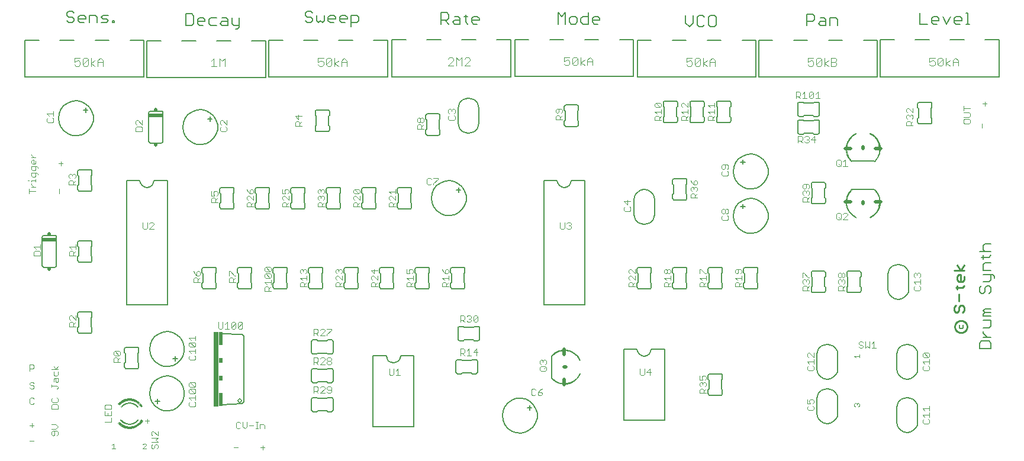
<source format=gto>
G75*
G70*
%OFA0B0*%
%FSLAX24Y24*%
%IPPOS*%
%LPD*%
%AMOC8*
5,1,8,0,0,1.08239X$1,22.5*
%
%ADD10C,0.0060*%
%ADD11C,0.0030*%
%ADD12C,0.0110*%
%ADD13C,0.0100*%
%ADD14C,0.0050*%
%ADD15R,0.0300X0.4200*%
%ADD16R,0.0200X0.0750*%
%ADD17R,0.0200X0.0300*%
%ADD18R,0.0800X0.0200*%
%ADD19C,0.0200*%
%ADD20C,0.0080*%
%ADD21C,0.0040*%
%ADD22C,0.0010*%
D10*
X007766Y003101D02*
X007766Y003361D01*
X007646Y003231D02*
X007896Y003231D01*
X007322Y003681D02*
X007358Y003946D01*
X007465Y004192D01*
X007634Y004400D01*
X007853Y004555D01*
X008106Y004644D01*
X008373Y004663D01*
X008636Y004608D01*
X008873Y004485D01*
X009069Y004302D01*
X009209Y004073D01*
X009281Y003815D01*
X009281Y003547D01*
X009209Y003289D01*
X009069Y003060D01*
X008873Y002877D01*
X008636Y002754D01*
X008373Y002699D01*
X008106Y002718D01*
X007853Y002807D01*
X007634Y002962D01*
X007465Y003170D01*
X007358Y003416D01*
X007322Y003681D01*
X006606Y005075D02*
X006006Y005075D01*
X005956Y005088D01*
X005919Y005125D01*
X005906Y005175D01*
X005906Y005375D01*
X005956Y005425D01*
X005956Y005938D01*
X005906Y005988D01*
X005906Y006188D01*
X005919Y006238D01*
X005956Y006275D01*
X006006Y006288D01*
X006606Y006288D01*
X006656Y006275D01*
X006693Y006238D01*
X006706Y006188D01*
X006706Y005988D01*
X006656Y005938D01*
X006656Y005425D01*
X006706Y005375D01*
X006706Y005175D01*
X006693Y005125D01*
X006656Y005088D01*
X006606Y005075D01*
X008626Y005641D02*
X008886Y005641D01*
X008756Y005521D02*
X008756Y005771D01*
X007322Y006181D02*
X007358Y006446D01*
X007465Y006692D01*
X007634Y006900D01*
X007853Y007055D01*
X008106Y007144D01*
X008373Y007163D01*
X008636Y007108D01*
X008873Y006985D01*
X009069Y006802D01*
X009209Y006573D01*
X009281Y006315D01*
X009281Y006047D01*
X009209Y005789D01*
X009069Y005560D01*
X008873Y005377D01*
X008636Y005254D01*
X008373Y005199D01*
X008106Y005218D01*
X007853Y005307D01*
X007634Y005462D01*
X007465Y005670D01*
X007358Y005916D01*
X007322Y006181D01*
X004081Y007175D02*
X004081Y007375D01*
X004031Y007425D01*
X004031Y007938D01*
X004081Y007988D01*
X004081Y008188D01*
X004068Y008238D01*
X004031Y008275D01*
X003981Y008288D01*
X003381Y008288D01*
X003331Y008275D01*
X003294Y008238D01*
X003281Y008188D01*
X003281Y007988D01*
X003331Y007938D01*
X003331Y007425D01*
X003281Y007375D01*
X003281Y007175D01*
X003294Y007125D01*
X003331Y007088D01*
X003381Y007075D01*
X003981Y007075D01*
X004031Y007088D01*
X004068Y007125D01*
X004081Y007175D01*
X006031Y008681D02*
X008331Y008681D01*
X008331Y015681D01*
X007581Y015681D01*
X007551Y015528D01*
X007464Y015398D01*
X007334Y015311D01*
X007181Y015281D01*
X007028Y015311D01*
X006898Y015398D01*
X006811Y015528D01*
X006781Y015681D01*
X006031Y015681D01*
X006031Y008681D01*
X010281Y009675D02*
X010281Y009875D01*
X010331Y009925D01*
X010331Y010438D01*
X010281Y010488D01*
X010281Y010688D01*
X010294Y010738D01*
X010331Y010775D01*
X010381Y010788D01*
X010981Y010788D01*
X011031Y010775D01*
X011068Y010738D01*
X011081Y010688D01*
X011081Y010488D01*
X011031Y010438D01*
X011031Y009925D01*
X011081Y009875D01*
X011081Y009675D01*
X011068Y009625D01*
X011031Y009588D01*
X010981Y009575D01*
X010381Y009575D01*
X010331Y009588D01*
X010294Y009625D01*
X010281Y009675D01*
X012281Y009675D02*
X012281Y009875D01*
X012331Y009925D01*
X012331Y010438D01*
X012281Y010488D01*
X012281Y010688D01*
X012294Y010738D01*
X012331Y010775D01*
X012381Y010788D01*
X012981Y010788D01*
X013031Y010775D01*
X013068Y010738D01*
X013081Y010688D01*
X013081Y010488D01*
X013031Y010438D01*
X013031Y009925D01*
X013081Y009875D01*
X013081Y009675D01*
X013068Y009625D01*
X013031Y009588D01*
X012981Y009575D01*
X012381Y009575D01*
X012331Y009588D01*
X012294Y009625D01*
X012281Y009675D01*
X014281Y009675D02*
X014281Y009875D01*
X014331Y009925D01*
X014331Y010438D01*
X014281Y010488D01*
X014281Y010688D01*
X014294Y010738D01*
X014331Y010775D01*
X014381Y010788D01*
X014981Y010788D01*
X015031Y010775D01*
X015068Y010738D01*
X015081Y010688D01*
X015081Y010488D01*
X015031Y010438D01*
X015031Y009925D01*
X015081Y009875D01*
X015081Y009675D01*
X015068Y009625D01*
X015031Y009588D01*
X014981Y009575D01*
X014381Y009575D01*
X014331Y009588D01*
X014294Y009625D01*
X014281Y009675D01*
X016281Y009675D02*
X016281Y009875D01*
X016331Y009925D01*
X016331Y010438D01*
X016281Y010488D01*
X016281Y010688D01*
X016294Y010738D01*
X016331Y010775D01*
X016381Y010788D01*
X016981Y010788D01*
X017031Y010775D01*
X017068Y010738D01*
X017081Y010688D01*
X017081Y010488D01*
X017031Y010438D01*
X017031Y009925D01*
X017081Y009875D01*
X017081Y009675D01*
X017068Y009625D01*
X017031Y009588D01*
X016981Y009575D01*
X016381Y009575D01*
X016331Y009588D01*
X016294Y009625D01*
X016281Y009675D01*
X018281Y009675D02*
X018281Y009875D01*
X018331Y009925D01*
X018331Y010438D01*
X018281Y010488D01*
X018281Y010688D01*
X018294Y010738D01*
X018331Y010775D01*
X018381Y010788D01*
X018981Y010788D01*
X019031Y010775D01*
X019068Y010738D01*
X019081Y010688D01*
X019081Y010488D01*
X019031Y010438D01*
X019031Y009925D01*
X019081Y009875D01*
X019081Y009675D01*
X019068Y009625D01*
X019031Y009588D01*
X018981Y009575D01*
X018381Y009575D01*
X018331Y009588D01*
X018294Y009625D01*
X018281Y009675D01*
X020281Y009675D02*
X020281Y009875D01*
X020331Y009925D01*
X020331Y010438D01*
X020281Y010488D01*
X020281Y010688D01*
X020294Y010738D01*
X020331Y010775D01*
X020381Y010788D01*
X020981Y010788D01*
X021031Y010775D01*
X021068Y010738D01*
X021081Y010688D01*
X021081Y010488D01*
X021031Y010438D01*
X021031Y009925D01*
X021081Y009875D01*
X021081Y009675D01*
X021068Y009625D01*
X021031Y009588D01*
X020981Y009575D01*
X020381Y009575D01*
X020331Y009588D01*
X020294Y009625D01*
X020281Y009675D01*
X022281Y009675D02*
X022281Y009875D01*
X022331Y009925D01*
X022331Y010438D01*
X022281Y010488D01*
X022281Y010688D01*
X022294Y010738D01*
X022331Y010775D01*
X022381Y010788D01*
X022981Y010788D01*
X023031Y010775D01*
X023068Y010738D01*
X023081Y010688D01*
X023081Y010488D01*
X023031Y010438D01*
X023031Y009925D01*
X023081Y009875D01*
X023081Y009675D01*
X023068Y009625D01*
X023031Y009588D01*
X022981Y009575D01*
X022381Y009575D01*
X022331Y009588D01*
X022294Y009625D01*
X022281Y009675D01*
X024281Y009675D02*
X024281Y009875D01*
X024331Y009925D01*
X024331Y010438D01*
X024281Y010488D01*
X024281Y010688D01*
X024294Y010738D01*
X024331Y010775D01*
X024381Y010788D01*
X024981Y010788D01*
X025031Y010775D01*
X025068Y010738D01*
X025081Y010688D01*
X025081Y010488D01*
X025031Y010438D01*
X025031Y009925D01*
X025081Y009875D01*
X025081Y009675D01*
X025068Y009625D01*
X025031Y009588D01*
X024981Y009575D01*
X024381Y009575D01*
X024331Y009588D01*
X024294Y009625D01*
X024281Y009675D01*
X024800Y007456D02*
X025000Y007456D01*
X025050Y007406D01*
X025563Y007406D01*
X025613Y007456D01*
X025813Y007456D01*
X025863Y007443D01*
X025900Y007406D01*
X025913Y007356D01*
X025913Y006756D01*
X025900Y006706D01*
X025863Y006669D01*
X025813Y006656D01*
X025613Y006656D01*
X025563Y006706D01*
X025050Y006706D01*
X025000Y006656D01*
X024800Y006656D01*
X024750Y006669D01*
X024713Y006706D01*
X024700Y006756D01*
X024700Y007356D01*
X024713Y007406D01*
X024750Y007443D01*
X024800Y007456D01*
X022206Y005806D02*
X021456Y005806D01*
X021426Y005653D01*
X021339Y005523D01*
X021209Y005436D01*
X021056Y005406D01*
X020903Y005436D01*
X020773Y005523D01*
X020686Y005653D01*
X020656Y005806D01*
X019906Y005806D01*
X019906Y001806D01*
X022206Y001806D01*
X022206Y005806D01*
X024575Y005481D02*
X024575Y004881D01*
X024588Y004831D01*
X024625Y004794D01*
X024675Y004781D01*
X024875Y004781D01*
X024925Y004831D01*
X025438Y004831D01*
X025488Y004781D01*
X025688Y004781D01*
X025738Y004794D01*
X025775Y004831D01*
X025788Y004881D01*
X025788Y005481D01*
X025775Y005531D01*
X025738Y005568D01*
X025688Y005581D01*
X025488Y005581D01*
X025438Y005531D01*
X024925Y005531D01*
X024875Y005581D01*
X024675Y005581D01*
X024625Y005568D01*
X024588Y005531D01*
X024575Y005481D01*
X028591Y002881D02*
X028841Y002881D01*
X028721Y002751D02*
X028721Y003011D01*
X027197Y002431D02*
X027233Y002696D01*
X027340Y002942D01*
X027509Y003150D01*
X027728Y003305D01*
X027981Y003394D01*
X028248Y003413D01*
X028511Y003358D01*
X028748Y003235D01*
X028944Y003052D01*
X029084Y002823D01*
X029156Y002565D01*
X029156Y002297D01*
X029084Y002039D01*
X028944Y001810D01*
X028748Y001627D01*
X028511Y001504D01*
X028248Y001449D01*
X027981Y001468D01*
X027728Y001557D01*
X027509Y001712D01*
X027340Y001920D01*
X027233Y002166D01*
X027197Y002431D01*
X029981Y004539D02*
X029981Y005824D01*
X034031Y006181D02*
X034781Y006181D01*
X034811Y006028D01*
X034898Y005898D01*
X035028Y005811D01*
X035181Y005781D01*
X035334Y005811D01*
X035464Y005898D01*
X035551Y006028D01*
X035581Y006181D01*
X036331Y006181D01*
X036331Y002181D01*
X034031Y002181D01*
X034031Y006181D01*
X031831Y008681D02*
X029531Y008681D01*
X029531Y015681D01*
X030281Y015681D01*
X030311Y015528D01*
X030398Y015398D01*
X030528Y015311D01*
X030681Y015281D01*
X030834Y015311D01*
X030964Y015398D01*
X031051Y015528D01*
X031081Y015681D01*
X031831Y015681D01*
X031831Y008681D01*
X034781Y009675D02*
X034781Y009875D01*
X034831Y009925D01*
X034831Y010438D01*
X034781Y010488D01*
X034781Y010688D01*
X034794Y010738D01*
X034831Y010775D01*
X034881Y010788D01*
X035481Y010788D01*
X035531Y010775D01*
X035568Y010738D01*
X035581Y010688D01*
X035581Y010488D01*
X035531Y010438D01*
X035531Y009925D01*
X035581Y009875D01*
X035581Y009675D01*
X035568Y009625D01*
X035531Y009588D01*
X035481Y009575D01*
X034881Y009575D01*
X034831Y009588D01*
X034794Y009625D01*
X034781Y009675D01*
X036781Y009675D02*
X036781Y009875D01*
X036831Y009925D01*
X036831Y010438D01*
X036781Y010488D01*
X036781Y010688D01*
X036794Y010738D01*
X036831Y010775D01*
X036881Y010788D01*
X037481Y010788D01*
X037531Y010775D01*
X037568Y010738D01*
X037581Y010688D01*
X037581Y010488D01*
X037531Y010438D01*
X037531Y009925D01*
X037581Y009875D01*
X037581Y009675D01*
X037568Y009625D01*
X037531Y009588D01*
X037481Y009575D01*
X036881Y009575D01*
X036831Y009588D01*
X036794Y009625D01*
X036781Y009675D01*
X038781Y009675D02*
X038781Y009875D01*
X038831Y009925D01*
X038831Y010438D01*
X038781Y010488D01*
X038781Y010688D01*
X038794Y010738D01*
X038831Y010775D01*
X038881Y010788D01*
X039481Y010788D01*
X039531Y010775D01*
X039568Y010738D01*
X039581Y010688D01*
X039581Y010488D01*
X039531Y010438D01*
X039531Y009925D01*
X039581Y009875D01*
X039581Y009675D01*
X039568Y009625D01*
X039531Y009588D01*
X039481Y009575D01*
X038881Y009575D01*
X038831Y009588D01*
X038794Y009625D01*
X038781Y009675D01*
X040781Y009675D02*
X040781Y009875D01*
X040831Y009925D01*
X040831Y010438D01*
X040781Y010488D01*
X040781Y010688D01*
X040794Y010738D01*
X040831Y010775D01*
X040881Y010788D01*
X041481Y010788D01*
X041531Y010775D01*
X041568Y010738D01*
X041581Y010688D01*
X041581Y010488D01*
X041531Y010438D01*
X041531Y009925D01*
X041581Y009875D01*
X041581Y009675D01*
X041568Y009625D01*
X041531Y009588D01*
X041481Y009575D01*
X040881Y009575D01*
X040831Y009588D01*
X040794Y009625D01*
X040781Y009675D01*
X044593Y009659D02*
X044593Y009459D01*
X044606Y009409D01*
X044643Y009372D01*
X044693Y009359D01*
X045293Y009359D01*
X045343Y009372D01*
X045380Y009409D01*
X045393Y009459D01*
X045393Y009659D01*
X045343Y009709D01*
X045343Y010222D01*
X045393Y010272D01*
X045393Y010472D01*
X045380Y010522D01*
X045343Y010559D01*
X045293Y010572D01*
X044693Y010572D01*
X044643Y010559D01*
X044606Y010522D01*
X044593Y010472D01*
X044593Y010272D01*
X044643Y010222D01*
X044643Y009709D01*
X044593Y009659D01*
X046593Y009659D02*
X046593Y009459D01*
X046606Y009409D01*
X046643Y009372D01*
X046693Y009359D01*
X047293Y009359D01*
X047343Y009372D01*
X047380Y009409D01*
X047393Y009459D01*
X047393Y009659D01*
X047343Y009709D01*
X047343Y010222D01*
X047393Y010272D01*
X047393Y010472D01*
X047380Y010522D01*
X047343Y010559D01*
X047293Y010572D01*
X046693Y010572D01*
X046643Y010559D01*
X046606Y010522D01*
X046593Y010472D01*
X046593Y010272D01*
X046643Y010222D01*
X046643Y009709D01*
X046593Y009659D01*
X049493Y008981D02*
X049676Y009010D01*
X049840Y009094D01*
X049971Y009225D01*
X050055Y009389D01*
X050084Y009572D01*
X049493Y008981D02*
X049310Y009010D01*
X049146Y009094D01*
X049015Y009225D01*
X048931Y009389D01*
X048902Y009572D01*
X050084Y010359D02*
X050055Y010542D01*
X049971Y010706D01*
X049840Y010837D01*
X049676Y010921D01*
X049493Y010950D01*
X049310Y010921D01*
X049146Y010837D01*
X049015Y010706D01*
X048931Y010542D01*
X048902Y010359D01*
X054061Y009636D02*
X054061Y009423D01*
X054168Y009316D01*
X054275Y009316D01*
X054382Y009423D01*
X054382Y009636D01*
X054488Y009743D01*
X054595Y009743D01*
X054702Y009636D01*
X054702Y009423D01*
X054595Y009316D01*
X054168Y009743D02*
X054061Y009636D01*
X054275Y009961D02*
X054595Y009961D01*
X054702Y010067D01*
X054702Y010388D01*
X054809Y010388D02*
X054275Y010388D01*
X054275Y010605D02*
X054275Y010925D01*
X054382Y011032D01*
X054702Y011032D01*
X054595Y011356D02*
X054702Y011463D01*
X054595Y011356D02*
X054168Y011356D01*
X054275Y011250D02*
X054275Y011463D01*
X054382Y011679D02*
X054275Y011786D01*
X054275Y012000D01*
X054382Y012106D01*
X054702Y012106D01*
X054702Y011679D02*
X054061Y011679D01*
X054275Y010605D02*
X054702Y010605D01*
X054809Y010388D02*
X054915Y010281D01*
X054915Y010174D01*
X054702Y008454D02*
X054382Y008454D01*
X054275Y008347D01*
X054382Y008241D01*
X054702Y008241D01*
X054702Y008027D02*
X054275Y008027D01*
X054275Y008134D01*
X054382Y008241D01*
X054275Y007810D02*
X054702Y007810D01*
X054702Y007489D01*
X054595Y007383D01*
X054275Y007383D01*
X054275Y007166D02*
X054275Y007059D01*
X054488Y006845D01*
X054275Y006845D02*
X054702Y006845D01*
X054595Y006628D02*
X054168Y006628D01*
X054061Y006521D01*
X054061Y006201D01*
X054702Y006201D01*
X054702Y006521D01*
X054595Y006628D01*
X053151Y007385D02*
X053151Y007555D01*
X053151Y007385D02*
X053095Y007328D01*
X052981Y007328D01*
X052925Y007385D01*
X052925Y007555D01*
X050584Y005859D02*
X050555Y006042D01*
X050471Y006206D01*
X050340Y006337D01*
X050176Y006421D01*
X049993Y006450D01*
X049810Y006421D01*
X049646Y006337D01*
X049515Y006206D01*
X049431Y006042D01*
X049402Y005859D01*
X050584Y005072D02*
X050555Y004889D01*
X050471Y004725D01*
X050340Y004594D01*
X050176Y004510D01*
X049993Y004481D01*
X049810Y004510D01*
X049646Y004594D01*
X049515Y004725D01*
X049431Y004889D01*
X049402Y005072D01*
X049993Y003450D02*
X049810Y003421D01*
X049646Y003337D01*
X049515Y003206D01*
X049431Y003042D01*
X049402Y002859D01*
X049993Y003450D02*
X050176Y003421D01*
X050340Y003337D01*
X050471Y003206D01*
X050555Y003042D01*
X050584Y002859D01*
X049402Y002072D02*
X049431Y001889D01*
X049515Y001725D01*
X049646Y001594D01*
X049810Y001510D01*
X049993Y001481D01*
X050176Y001510D01*
X050340Y001594D01*
X050471Y001725D01*
X050555Y001889D01*
X050584Y002072D01*
X045493Y001981D02*
X045310Y002010D01*
X045146Y002094D01*
X045015Y002225D01*
X044931Y002389D01*
X044902Y002572D01*
X045493Y001981D02*
X045676Y002010D01*
X045840Y002094D01*
X045971Y002225D01*
X046055Y002389D01*
X046084Y002572D01*
X044902Y003359D02*
X044931Y003542D01*
X045015Y003706D01*
X045146Y003837D01*
X045310Y003921D01*
X045493Y003950D01*
X045676Y003921D01*
X045840Y003837D01*
X045971Y003706D01*
X046055Y003542D01*
X046084Y003359D01*
X045493Y004481D02*
X045676Y004510D01*
X045840Y004594D01*
X045971Y004725D01*
X046055Y004889D01*
X046084Y005072D01*
X045493Y004481D02*
X045310Y004510D01*
X045146Y004594D01*
X045015Y004725D01*
X044931Y004889D01*
X044902Y005072D01*
X046084Y005859D02*
X046055Y006042D01*
X045971Y006206D01*
X045840Y006337D01*
X045676Y006421D01*
X045493Y006450D01*
X045310Y006421D01*
X045146Y006337D01*
X045015Y006206D01*
X044931Y006042D01*
X044902Y005859D01*
X039581Y004688D02*
X039581Y004488D01*
X039531Y004438D01*
X039531Y003925D01*
X039581Y003875D01*
X039581Y003675D01*
X039568Y003625D01*
X039531Y003588D01*
X039481Y003575D01*
X038881Y003575D01*
X038831Y003588D01*
X038794Y003625D01*
X038781Y003675D01*
X038781Y003875D01*
X038831Y003925D01*
X038831Y004438D01*
X038781Y004488D01*
X038781Y004688D01*
X038794Y004738D01*
X038831Y004775D01*
X038881Y004788D01*
X039481Y004788D01*
X039531Y004775D01*
X039568Y004738D01*
X039581Y004688D01*
X040197Y013681D02*
X040233Y013946D01*
X040340Y014192D01*
X040509Y014400D01*
X040728Y014555D01*
X040981Y014644D01*
X041248Y014663D01*
X041511Y014608D01*
X041748Y014485D01*
X041944Y014302D01*
X042084Y014073D01*
X042156Y013815D01*
X042156Y013547D01*
X042084Y013289D01*
X041944Y013060D01*
X041748Y012877D01*
X041511Y012754D01*
X041248Y012699D01*
X040981Y012718D01*
X040728Y012807D01*
X040509Y012962D01*
X040340Y013170D01*
X040233Y013416D01*
X040197Y013681D01*
X040731Y014091D02*
X040731Y014341D01*
X040861Y014221D02*
X040601Y014221D01*
X037581Y014675D02*
X037581Y014875D01*
X037531Y014925D01*
X037531Y015438D01*
X037581Y015488D01*
X037581Y015688D01*
X037568Y015738D01*
X037531Y015775D01*
X037481Y015788D01*
X036881Y015788D01*
X036831Y015775D01*
X036794Y015738D01*
X036781Y015688D01*
X036781Y015488D01*
X036831Y015438D01*
X036831Y014925D01*
X036781Y014875D01*
X036781Y014675D01*
X036794Y014625D01*
X036831Y014588D01*
X036881Y014575D01*
X037481Y014575D01*
X037531Y014588D01*
X037568Y014625D01*
X037581Y014675D01*
X035181Y015166D02*
X034998Y015137D01*
X034834Y015053D01*
X034703Y014922D01*
X034619Y014758D01*
X034590Y014575D01*
X035181Y015166D02*
X035364Y015137D01*
X035528Y015053D01*
X035659Y014922D01*
X035743Y014758D01*
X035772Y014575D01*
X034590Y013788D02*
X034619Y013605D01*
X034703Y013441D01*
X034834Y013310D01*
X034998Y013226D01*
X035181Y013197D01*
X035364Y013226D01*
X035528Y013310D01*
X035659Y013441D01*
X035743Y013605D01*
X035772Y013788D01*
X040601Y016721D02*
X040861Y016721D01*
X040731Y016841D02*
X040731Y016591D01*
X040197Y016181D02*
X040233Y016446D01*
X040340Y016692D01*
X040509Y016900D01*
X040728Y017055D01*
X040981Y017144D01*
X041248Y017163D01*
X041511Y017108D01*
X041748Y016985D01*
X041944Y016802D01*
X042084Y016573D01*
X042156Y016315D01*
X042156Y016047D01*
X042084Y015789D01*
X041944Y015560D01*
X041748Y015377D01*
X041511Y015254D01*
X041248Y015199D01*
X040981Y015218D01*
X040728Y015307D01*
X040509Y015462D01*
X040340Y015670D01*
X040233Y015916D01*
X040197Y016181D01*
X043825Y018386D02*
X043825Y018986D01*
X043838Y019036D01*
X043875Y019073D01*
X043925Y019086D01*
X044125Y019086D01*
X044175Y019036D01*
X044688Y019036D01*
X044738Y019086D01*
X044938Y019086D01*
X044988Y019073D01*
X045025Y019036D01*
X045038Y018986D01*
X045038Y018386D01*
X045025Y018336D01*
X044988Y018299D01*
X044938Y018286D01*
X044738Y018286D01*
X044688Y018336D01*
X044175Y018336D01*
X044125Y018286D01*
X043925Y018286D01*
X043875Y018299D01*
X043838Y018336D01*
X043825Y018386D01*
X043925Y019286D02*
X044125Y019286D01*
X044175Y019336D01*
X044688Y019336D01*
X044738Y019286D01*
X044938Y019286D01*
X044988Y019299D01*
X045025Y019336D01*
X045038Y019386D01*
X045038Y019986D01*
X045025Y020036D01*
X044988Y020073D01*
X044938Y020086D01*
X044738Y020086D01*
X044688Y020036D01*
X044175Y020036D01*
X044125Y020086D01*
X043925Y020086D01*
X043875Y020073D01*
X043838Y020036D01*
X043825Y019986D01*
X043825Y019386D01*
X043838Y019336D01*
X043875Y019299D01*
X043925Y019286D01*
X040060Y019240D02*
X040060Y019040D01*
X040047Y018990D01*
X040010Y018953D01*
X039960Y018940D01*
X039360Y018940D01*
X039310Y018953D01*
X039273Y018990D01*
X039260Y019040D01*
X039260Y019240D01*
X039310Y019290D01*
X039310Y019803D01*
X039260Y019853D01*
X039260Y020053D01*
X039273Y020103D01*
X039310Y020140D01*
X039360Y020153D01*
X039960Y020153D01*
X040010Y020140D01*
X040047Y020103D01*
X040060Y020053D01*
X040060Y019853D01*
X040010Y019803D01*
X040010Y019290D01*
X040060Y019240D01*
X038560Y019240D02*
X038560Y019040D01*
X038547Y018990D01*
X038510Y018953D01*
X038460Y018940D01*
X037860Y018940D01*
X037810Y018953D01*
X037773Y018990D01*
X037760Y019040D01*
X037760Y019240D01*
X037810Y019290D01*
X037810Y019803D01*
X037760Y019853D01*
X037760Y020053D01*
X037773Y020103D01*
X037810Y020140D01*
X037860Y020153D01*
X038460Y020153D01*
X038510Y020140D01*
X038547Y020103D01*
X038560Y020053D01*
X038560Y019853D01*
X038510Y019803D01*
X038510Y019290D01*
X038560Y019240D01*
X037060Y019240D02*
X037060Y019040D01*
X037047Y018990D01*
X037010Y018953D01*
X036960Y018940D01*
X036360Y018940D01*
X036310Y018953D01*
X036273Y018990D01*
X036260Y019040D01*
X036260Y019240D01*
X036310Y019290D01*
X036310Y019803D01*
X036260Y019853D01*
X036260Y020053D01*
X036273Y020103D01*
X036310Y020140D01*
X036360Y020153D01*
X036960Y020153D01*
X037010Y020140D01*
X037047Y020103D01*
X037060Y020053D01*
X037060Y019853D01*
X037010Y019803D01*
X037010Y019290D01*
X037060Y019240D01*
X031478Y019024D02*
X031478Y018824D01*
X031465Y018774D01*
X031428Y018737D01*
X031378Y018724D01*
X030778Y018724D01*
X030728Y018737D01*
X030691Y018774D01*
X030678Y018824D01*
X030678Y019024D01*
X030728Y019074D01*
X030728Y019586D01*
X030678Y019636D01*
X030678Y019836D01*
X030691Y019886D01*
X030728Y019923D01*
X030778Y019936D01*
X031378Y019936D01*
X031428Y019923D01*
X031465Y019886D01*
X031478Y019836D01*
X031478Y019636D01*
X031428Y019586D01*
X031428Y019074D01*
X031478Y019024D01*
X025284Y018336D02*
X025101Y018365D01*
X024937Y018449D01*
X024806Y018580D01*
X024722Y018744D01*
X024693Y018927D01*
X025284Y018336D02*
X025467Y018365D01*
X025631Y018449D01*
X025762Y018580D01*
X025846Y018744D01*
X025875Y018927D01*
X024693Y019715D02*
X024722Y019898D01*
X024806Y020062D01*
X024937Y020193D01*
X025101Y020277D01*
X025284Y020306D01*
X025467Y020277D01*
X025631Y020193D01*
X025762Y020062D01*
X025846Y019898D01*
X025875Y019715D01*
X023684Y019327D02*
X023684Y019127D01*
X023634Y019077D01*
X023634Y018565D01*
X023684Y018515D01*
X023684Y018315D01*
X023671Y018265D01*
X023634Y018228D01*
X023584Y018215D01*
X022984Y018215D01*
X022934Y018228D01*
X022897Y018265D01*
X022884Y018315D01*
X022884Y018515D01*
X022934Y018565D01*
X022934Y019077D01*
X022884Y019127D01*
X022884Y019327D01*
X022897Y019377D01*
X022934Y019414D01*
X022984Y019427D01*
X023584Y019427D01*
X023634Y019414D01*
X023671Y019377D01*
X023684Y019327D01*
X017458Y019348D02*
X017408Y019298D01*
X017408Y018786D01*
X017458Y018736D01*
X017458Y018536D01*
X017445Y018486D01*
X017408Y018449D01*
X017358Y018436D01*
X016758Y018436D01*
X016708Y018449D01*
X016671Y018486D01*
X016658Y018536D01*
X016658Y018736D01*
X016708Y018786D01*
X016708Y019298D01*
X016658Y019348D01*
X016658Y019548D01*
X016671Y019598D01*
X016708Y019635D01*
X016758Y019648D01*
X017358Y019648D01*
X017408Y019635D01*
X017445Y019598D01*
X017458Y019548D01*
X017458Y019348D01*
X010841Y019131D02*
X010591Y019131D01*
X010721Y019001D02*
X010721Y019261D01*
X009197Y018681D02*
X009233Y018946D01*
X009340Y019192D01*
X009509Y019400D01*
X009728Y019555D01*
X009981Y019644D01*
X010248Y019663D01*
X010511Y019608D01*
X010748Y019485D01*
X010944Y019302D01*
X011084Y019073D01*
X011156Y018815D01*
X011156Y018547D01*
X011084Y018289D01*
X010944Y018060D01*
X010748Y017877D01*
X010511Y017754D01*
X010248Y017699D01*
X009981Y017718D01*
X009728Y017807D01*
X009509Y017962D01*
X009340Y018170D01*
X009233Y018416D01*
X009197Y018681D01*
X008081Y019481D02*
X008081Y017881D01*
X008068Y017831D01*
X008031Y017794D01*
X007981Y017781D01*
X007381Y017781D01*
X007331Y017794D01*
X007294Y017831D01*
X007281Y017881D01*
X007281Y019481D01*
X007294Y019531D01*
X007331Y019568D01*
X007381Y019581D01*
X007981Y019581D01*
X008031Y019568D01*
X008068Y019531D01*
X008081Y019481D01*
X003841Y019631D02*
X003591Y019631D01*
X003721Y019501D02*
X003721Y019761D01*
X002197Y019181D02*
X002233Y019446D01*
X002340Y019692D01*
X002509Y019900D01*
X002728Y020055D01*
X002981Y020144D01*
X003248Y020163D01*
X003511Y020108D01*
X003748Y019985D01*
X003944Y019802D01*
X004084Y019573D01*
X004156Y019315D01*
X004156Y019047D01*
X004084Y018789D01*
X003944Y018560D01*
X003748Y018377D01*
X003511Y018254D01*
X003248Y018199D01*
X002981Y018218D01*
X002728Y018307D01*
X002509Y018462D01*
X002340Y018670D01*
X002233Y018916D01*
X002197Y019181D01*
X003381Y016288D02*
X003981Y016288D01*
X004031Y016275D01*
X004068Y016238D01*
X004081Y016188D01*
X004081Y015988D01*
X004031Y015938D01*
X004031Y015425D01*
X004081Y015375D01*
X004081Y015175D01*
X004068Y015125D01*
X004031Y015088D01*
X003981Y015075D01*
X003381Y015075D01*
X003331Y015088D01*
X003294Y015125D01*
X003281Y015175D01*
X003281Y015375D01*
X003331Y015425D01*
X003331Y015938D01*
X003281Y015988D01*
X003281Y016188D01*
X003294Y016238D01*
X003331Y016275D01*
X003381Y016288D01*
X001981Y012581D02*
X001381Y012581D01*
X001331Y012568D01*
X001294Y012531D01*
X001281Y012481D01*
X001281Y010881D01*
X001294Y010831D01*
X001331Y010794D01*
X001381Y010781D01*
X001981Y010781D01*
X002031Y010794D01*
X002068Y010831D01*
X002081Y010881D01*
X002081Y012481D01*
X002068Y012531D01*
X002031Y012568D01*
X001981Y012581D01*
X003281Y012188D02*
X003281Y011988D01*
X003331Y011938D01*
X003331Y011425D01*
X003281Y011375D01*
X003281Y011175D01*
X003294Y011125D01*
X003331Y011088D01*
X003381Y011075D01*
X003981Y011075D01*
X004031Y011088D01*
X004068Y011125D01*
X004081Y011175D01*
X004081Y011375D01*
X004031Y011425D01*
X004031Y011938D01*
X004081Y011988D01*
X004081Y012188D01*
X004068Y012238D01*
X004031Y012275D01*
X003981Y012288D01*
X003381Y012288D01*
X003331Y012275D01*
X003294Y012238D01*
X003281Y012188D01*
X011281Y014175D02*
X011281Y014375D01*
X011331Y014425D01*
X011331Y014938D01*
X011281Y014988D01*
X011281Y015188D01*
X011294Y015238D01*
X011331Y015275D01*
X011381Y015288D01*
X011981Y015288D01*
X012031Y015275D01*
X012068Y015238D01*
X012081Y015188D01*
X012081Y014988D01*
X012031Y014938D01*
X012031Y014425D01*
X012081Y014375D01*
X012081Y014175D01*
X012068Y014125D01*
X012031Y014088D01*
X011981Y014075D01*
X011381Y014075D01*
X011331Y014088D01*
X011294Y014125D01*
X011281Y014175D01*
X013281Y014175D02*
X013281Y014375D01*
X013331Y014425D01*
X013331Y014938D01*
X013281Y014988D01*
X013281Y015188D01*
X013294Y015238D01*
X013331Y015275D01*
X013381Y015288D01*
X013981Y015288D01*
X014031Y015275D01*
X014068Y015238D01*
X014081Y015188D01*
X014081Y014988D01*
X014031Y014938D01*
X014031Y014425D01*
X014081Y014375D01*
X014081Y014175D01*
X014068Y014125D01*
X014031Y014088D01*
X013981Y014075D01*
X013381Y014075D01*
X013331Y014088D01*
X013294Y014125D01*
X013281Y014175D01*
X015281Y014175D02*
X015281Y014375D01*
X015331Y014425D01*
X015331Y014938D01*
X015281Y014988D01*
X015281Y015188D01*
X015294Y015238D01*
X015331Y015275D01*
X015381Y015288D01*
X015981Y015288D01*
X016031Y015275D01*
X016068Y015238D01*
X016081Y015188D01*
X016081Y014988D01*
X016031Y014938D01*
X016031Y014425D01*
X016081Y014375D01*
X016081Y014175D01*
X016068Y014125D01*
X016031Y014088D01*
X015981Y014075D01*
X015381Y014075D01*
X015331Y014088D01*
X015294Y014125D01*
X015281Y014175D01*
X017281Y014175D02*
X017281Y014375D01*
X017331Y014425D01*
X017331Y014938D01*
X017281Y014988D01*
X017281Y015188D01*
X017294Y015238D01*
X017331Y015275D01*
X017381Y015288D01*
X017981Y015288D01*
X018031Y015275D01*
X018068Y015238D01*
X018081Y015188D01*
X018081Y014988D01*
X018031Y014938D01*
X018031Y014425D01*
X018081Y014375D01*
X018081Y014175D01*
X018068Y014125D01*
X018031Y014088D01*
X017981Y014075D01*
X017381Y014075D01*
X017331Y014088D01*
X017294Y014125D01*
X017281Y014175D01*
X019281Y014175D02*
X019281Y014375D01*
X019331Y014425D01*
X019331Y014938D01*
X019281Y014988D01*
X019281Y015188D01*
X019294Y015238D01*
X019331Y015275D01*
X019381Y015288D01*
X019981Y015288D01*
X020031Y015275D01*
X020068Y015238D01*
X020081Y015188D01*
X020081Y014988D01*
X020031Y014938D01*
X020031Y014425D01*
X020081Y014375D01*
X020081Y014175D01*
X020068Y014125D01*
X020031Y014088D01*
X019981Y014075D01*
X019381Y014075D01*
X019331Y014088D01*
X019294Y014125D01*
X019281Y014175D01*
X021281Y014175D02*
X021281Y014375D01*
X021331Y014425D01*
X021331Y014938D01*
X021281Y014988D01*
X021281Y015188D01*
X021294Y015238D01*
X021331Y015275D01*
X021381Y015288D01*
X021981Y015288D01*
X022031Y015275D01*
X022068Y015238D01*
X022081Y015188D01*
X022081Y014988D01*
X022031Y014938D01*
X022031Y014425D01*
X022081Y014375D01*
X022081Y014175D01*
X022068Y014125D01*
X022031Y014088D01*
X021981Y014075D01*
X021381Y014075D01*
X021331Y014088D01*
X021294Y014125D01*
X021281Y014175D01*
X023197Y014681D02*
X023233Y014946D01*
X023340Y015192D01*
X023509Y015400D01*
X023728Y015555D01*
X023981Y015644D01*
X024248Y015663D01*
X024511Y015608D01*
X024748Y015485D01*
X024944Y015302D01*
X025084Y015073D01*
X025156Y014815D01*
X025156Y014547D01*
X025084Y014289D01*
X024944Y014060D01*
X024748Y013877D01*
X024511Y013754D01*
X024248Y013699D01*
X023981Y013718D01*
X023728Y013807D01*
X023509Y013962D01*
X023340Y014170D01*
X023233Y014416D01*
X023197Y014681D01*
X024591Y015131D02*
X024841Y015131D01*
X024721Y015001D02*
X024721Y015261D01*
X017563Y006706D02*
X017363Y006706D01*
X017313Y006656D01*
X016800Y006656D01*
X016750Y006706D01*
X016550Y006706D01*
X016500Y006693D01*
X016463Y006656D01*
X016450Y006606D01*
X016450Y006006D01*
X016463Y005956D01*
X016500Y005919D01*
X016550Y005906D01*
X016750Y005906D01*
X016800Y005956D01*
X017313Y005956D01*
X017363Y005906D01*
X017563Y005906D01*
X017613Y005919D01*
X017650Y005956D01*
X017663Y006006D01*
X017663Y006606D01*
X017650Y006656D01*
X017613Y006693D01*
X017563Y006706D01*
X017563Y005081D02*
X017363Y005081D01*
X017313Y005031D01*
X016800Y005031D01*
X016750Y005081D01*
X016550Y005081D01*
X016500Y005068D01*
X016463Y005031D01*
X016450Y004981D01*
X016450Y004381D01*
X016463Y004331D01*
X016500Y004294D01*
X016550Y004281D01*
X016750Y004281D01*
X016800Y004331D01*
X017313Y004331D01*
X017363Y004281D01*
X017563Y004281D01*
X017613Y004294D01*
X017650Y004331D01*
X017663Y004381D01*
X017663Y004981D01*
X017650Y005031D01*
X017613Y005068D01*
X017563Y005081D01*
X017563Y003456D02*
X017363Y003456D01*
X017313Y003406D01*
X016800Y003406D01*
X016750Y003456D01*
X016550Y003456D01*
X016500Y003443D01*
X016463Y003406D01*
X016450Y003356D01*
X016450Y002756D01*
X016463Y002706D01*
X016500Y002669D01*
X016550Y002656D01*
X016750Y002656D01*
X016800Y002706D01*
X017313Y002706D01*
X017363Y002656D01*
X017563Y002656D01*
X017613Y002669D01*
X017650Y002706D01*
X017663Y002756D01*
X017663Y003356D01*
X017650Y003406D01*
X017613Y003443D01*
X017563Y003456D01*
X044593Y014459D02*
X044593Y014659D01*
X044643Y014709D01*
X044643Y015222D01*
X044593Y015272D01*
X044593Y015472D01*
X044606Y015522D01*
X044643Y015559D01*
X044693Y015572D01*
X045293Y015572D01*
X045343Y015559D01*
X045380Y015522D01*
X045393Y015472D01*
X045393Y015272D01*
X045343Y015222D01*
X045343Y014709D01*
X045393Y014659D01*
X045393Y014459D01*
X045380Y014409D01*
X045343Y014372D01*
X045293Y014359D01*
X044693Y014359D01*
X044643Y014372D01*
X044606Y014409D01*
X044593Y014459D01*
X046850Y015165D02*
X048135Y015165D01*
X048135Y016765D02*
X046850Y016765D01*
X050674Y018863D02*
X051274Y018863D01*
X051324Y018876D01*
X051361Y018913D01*
X051374Y018963D01*
X051374Y019163D01*
X051324Y019213D01*
X051324Y019726D01*
X051374Y019776D01*
X051374Y019976D01*
X051361Y020026D01*
X051324Y020063D01*
X051274Y020076D01*
X050674Y020076D01*
X050624Y020063D01*
X050587Y020026D01*
X050574Y019976D01*
X050574Y019776D01*
X050624Y019726D01*
X050624Y019213D01*
X050574Y019163D01*
X050574Y018963D01*
X050587Y018913D01*
X050624Y018876D01*
X050674Y018863D01*
X050708Y024473D02*
X051135Y024473D01*
X051353Y024580D02*
X051353Y024793D01*
X051459Y024900D01*
X051673Y024900D01*
X051780Y024793D01*
X051780Y024686D01*
X051353Y024686D01*
X051353Y024580D02*
X051459Y024473D01*
X051673Y024473D01*
X051997Y024900D02*
X052211Y024473D01*
X052424Y024900D01*
X052642Y024793D02*
X052748Y024900D01*
X052962Y024900D01*
X053069Y024793D01*
X053069Y024686D01*
X052642Y024686D01*
X052642Y024580D02*
X052642Y024793D01*
X052642Y024580D02*
X052748Y024473D01*
X052962Y024473D01*
X053286Y024473D02*
X053500Y024473D01*
X053393Y024473D02*
X053393Y025113D01*
X053286Y025113D01*
X050708Y025113D02*
X050708Y024473D01*
X046058Y024412D02*
X046058Y024732D01*
X045952Y024839D01*
X045631Y024839D01*
X045631Y024412D01*
X045414Y024412D02*
X045414Y024732D01*
X045307Y024839D01*
X045094Y024839D01*
X045094Y024626D02*
X045414Y024626D01*
X045414Y024412D02*
X045094Y024412D01*
X044987Y024519D01*
X045094Y024626D01*
X044769Y024732D02*
X044662Y024626D01*
X044342Y024626D01*
X044342Y024412D02*
X044342Y025053D01*
X044662Y025053D01*
X044769Y024946D01*
X044769Y024732D01*
X039228Y024876D02*
X039228Y024449D01*
X039121Y024342D01*
X038908Y024342D01*
X038801Y024449D01*
X038801Y024876D01*
X038908Y024983D01*
X039121Y024983D01*
X039228Y024876D01*
X038583Y024876D02*
X038477Y024983D01*
X038263Y024983D01*
X038156Y024876D01*
X038156Y024449D01*
X038263Y024342D01*
X038477Y024342D01*
X038583Y024449D01*
X037939Y024556D02*
X037725Y024342D01*
X037512Y024556D01*
X037512Y024983D01*
X037939Y024983D02*
X037939Y024556D01*
X032684Y024700D02*
X032257Y024700D01*
X032257Y024806D02*
X032364Y024913D01*
X032578Y024913D01*
X032684Y024806D01*
X032684Y024700D01*
X032578Y024486D02*
X032364Y024486D01*
X032257Y024593D01*
X032257Y024806D01*
X032040Y024913D02*
X031719Y024913D01*
X031613Y024806D01*
X031613Y024593D01*
X031719Y024486D01*
X032040Y024486D01*
X032040Y025127D01*
X031395Y024806D02*
X031288Y024913D01*
X031075Y024913D01*
X030968Y024806D01*
X030968Y024593D01*
X031075Y024486D01*
X031288Y024486D01*
X031395Y024593D01*
X031395Y024806D01*
X030751Y025127D02*
X030751Y024486D01*
X030324Y024486D02*
X030324Y025127D01*
X030537Y024913D01*
X030751Y025127D01*
X025891Y024806D02*
X025891Y024700D01*
X025464Y024700D01*
X025464Y024806D02*
X025571Y024913D01*
X025784Y024913D01*
X025891Y024806D01*
X025784Y024486D02*
X025571Y024486D01*
X025464Y024593D01*
X025464Y024806D01*
X025248Y024913D02*
X025034Y024913D01*
X025141Y025020D02*
X025141Y024593D01*
X025248Y024486D01*
X024817Y024486D02*
X024496Y024486D01*
X024390Y024593D01*
X024496Y024700D01*
X024817Y024700D01*
X024817Y024806D02*
X024817Y024486D01*
X024817Y024806D02*
X024710Y024913D01*
X024496Y024913D01*
X024172Y025020D02*
X024172Y024806D01*
X024065Y024700D01*
X023745Y024700D01*
X023959Y024700D02*
X024172Y024486D01*
X023745Y024486D02*
X023745Y025127D01*
X024065Y025127D01*
X024172Y025020D01*
X019096Y024878D02*
X019096Y024665D01*
X018989Y024558D01*
X018669Y024558D01*
X018669Y024345D02*
X018669Y024985D01*
X018989Y024985D01*
X019096Y024878D01*
X018452Y024878D02*
X018452Y024772D01*
X018025Y024772D01*
X018025Y024878D02*
X018131Y024985D01*
X018345Y024985D01*
X018452Y024878D01*
X018345Y024558D02*
X018131Y024558D01*
X018025Y024665D01*
X018025Y024878D01*
X017807Y024878D02*
X017700Y024985D01*
X017487Y024985D01*
X017380Y024878D01*
X017380Y024665D01*
X017487Y024558D01*
X017700Y024558D01*
X017807Y024772D02*
X017380Y024772D01*
X017163Y024665D02*
X017056Y024558D01*
X016949Y024665D01*
X016842Y024558D01*
X016736Y024665D01*
X016736Y024985D01*
X016518Y025092D02*
X016411Y025199D01*
X016198Y025199D01*
X016091Y025092D01*
X016091Y024985D01*
X016198Y024878D01*
X016411Y024878D01*
X016518Y024772D01*
X016518Y024665D01*
X016411Y024558D01*
X016198Y024558D01*
X016091Y024665D01*
X017163Y024665D02*
X017163Y024985D01*
X017807Y024878D02*
X017807Y024772D01*
X012379Y024844D02*
X012379Y024311D01*
X012273Y024204D01*
X012166Y024204D01*
X012059Y024417D02*
X012379Y024417D01*
X012059Y024417D02*
X011952Y024524D01*
X011952Y024844D01*
X011735Y024738D02*
X011735Y024417D01*
X011415Y024417D01*
X011308Y024524D01*
X011415Y024631D01*
X011735Y024631D01*
X011735Y024738D02*
X011628Y024844D01*
X011415Y024844D01*
X011090Y024844D02*
X010770Y024844D01*
X010663Y024738D01*
X010663Y024524D01*
X010770Y024417D01*
X011090Y024417D01*
X010446Y024631D02*
X010446Y024738D01*
X010339Y024844D01*
X010125Y024844D01*
X010019Y024738D01*
X010019Y024524D01*
X010125Y024417D01*
X010339Y024417D01*
X010446Y024631D02*
X010019Y024631D01*
X009801Y024524D02*
X009801Y024951D01*
X009694Y025058D01*
X009374Y025058D01*
X009374Y024417D01*
X009694Y024417D01*
X009801Y024524D01*
X005339Y024562D02*
X005232Y024562D01*
X005232Y024669D01*
X005339Y024669D01*
X005339Y024562D01*
X005015Y024669D02*
X004908Y024776D01*
X004695Y024776D01*
X004588Y024882D01*
X004695Y024989D01*
X005015Y024989D01*
X005015Y024669D02*
X004908Y024562D01*
X004588Y024562D01*
X004370Y024562D02*
X004370Y024882D01*
X004264Y024989D01*
X003943Y024989D01*
X003943Y024562D01*
X003726Y024776D02*
X003299Y024776D01*
X003299Y024882D02*
X003405Y024989D01*
X003619Y024989D01*
X003726Y024882D01*
X003726Y024776D01*
X003619Y024562D02*
X003405Y024562D01*
X003299Y024669D01*
X003299Y024882D01*
X003081Y024776D02*
X003081Y024669D01*
X002974Y024562D01*
X002761Y024562D01*
X002654Y024669D01*
X002761Y024882D02*
X002974Y024882D01*
X003081Y024776D01*
X003081Y025096D02*
X002974Y025203D01*
X002761Y025203D01*
X002654Y025096D01*
X002654Y024989D01*
X002761Y024882D01*
D11*
X000818Y001007D02*
X000571Y001007D01*
X000695Y001758D02*
X000695Y002005D01*
X000818Y001882D02*
X000571Y001882D01*
X001796Y001937D02*
X002043Y001937D01*
X002166Y001813D01*
X002043Y001690D01*
X001796Y001690D01*
X001858Y001568D02*
X001796Y001507D01*
X001796Y001383D01*
X001858Y001321D01*
X001920Y001321D01*
X001981Y001383D01*
X001981Y001568D01*
X001858Y001568D02*
X002105Y001568D01*
X002166Y001507D01*
X002166Y001383D01*
X002105Y001321D01*
X002166Y002821D02*
X002166Y003007D01*
X002105Y003068D01*
X001858Y003068D01*
X001796Y003007D01*
X001796Y002821D01*
X002166Y002821D01*
X002105Y003190D02*
X002166Y003251D01*
X002166Y003375D01*
X002105Y003437D01*
X001858Y003437D02*
X001796Y003375D01*
X001796Y003251D01*
X001858Y003190D01*
X002105Y003190D01*
X002105Y003926D02*
X002166Y003988D01*
X002166Y004050D01*
X002105Y004111D01*
X001796Y004111D01*
X001796Y004050D02*
X001796Y004173D01*
X001920Y004356D02*
X001920Y004480D01*
X001981Y004541D01*
X002166Y004541D01*
X002166Y004356D01*
X002105Y004295D01*
X002043Y004356D01*
X002043Y004541D01*
X002105Y004663D02*
X002166Y004725D01*
X002166Y004910D01*
X002166Y005031D02*
X001796Y005031D01*
X001920Y004910D02*
X001920Y004725D01*
X001981Y004663D01*
X002105Y004663D01*
X002043Y005031D02*
X001920Y005216D01*
X002043Y005031D02*
X002166Y005216D01*
X000818Y005255D02*
X000818Y005132D01*
X000757Y005070D01*
X000571Y005070D01*
X000571Y004946D02*
X000571Y005317D01*
X000757Y005317D01*
X000818Y005255D01*
X000757Y004317D02*
X000633Y004317D01*
X000571Y004255D01*
X000571Y004193D01*
X000633Y004132D01*
X000757Y004132D01*
X000818Y004070D01*
X000818Y004008D01*
X000757Y003946D01*
X000633Y003946D01*
X000571Y004008D01*
X000818Y004255D02*
X000757Y004317D01*
X000757Y003442D02*
X000633Y003442D01*
X000571Y003380D01*
X000571Y003133D01*
X000633Y003071D01*
X000757Y003071D01*
X000818Y003133D01*
X000818Y003380D02*
X000757Y003442D01*
X004796Y002993D02*
X004796Y002808D01*
X005166Y002808D01*
X005166Y002993D01*
X005105Y003055D01*
X004858Y003055D01*
X004796Y002993D01*
X004796Y002687D02*
X004796Y002440D01*
X005166Y002440D01*
X005166Y002687D01*
X004981Y002563D02*
X004981Y002440D01*
X005166Y002318D02*
X005166Y002071D01*
X004796Y002071D01*
X007071Y002132D02*
X007318Y002132D01*
X007195Y002255D02*
X007195Y002008D01*
X007483Y001555D02*
X007421Y001493D01*
X007421Y001370D01*
X007483Y001308D01*
X007421Y001187D02*
X007791Y001187D01*
X007668Y001063D01*
X007791Y000940D01*
X007421Y000940D01*
X007483Y000818D02*
X007421Y000757D01*
X007421Y000633D01*
X007483Y000571D01*
X007545Y000571D01*
X007606Y000633D01*
X007606Y000757D01*
X007668Y000818D01*
X007730Y000818D01*
X007791Y000757D01*
X007791Y000633D01*
X007730Y000571D01*
X007791Y001308D02*
X007545Y001555D01*
X007483Y001555D01*
X007791Y001555D02*
X007791Y001308D01*
X009546Y003008D02*
X009608Y002946D01*
X009855Y002946D01*
X009916Y003008D01*
X009916Y003132D01*
X009855Y003193D01*
X009916Y003315D02*
X009916Y003562D01*
X009916Y003438D02*
X009546Y003438D01*
X009670Y003315D01*
X009608Y003193D02*
X009546Y003132D01*
X009546Y003008D01*
X009608Y003683D02*
X009546Y003745D01*
X009546Y003868D01*
X009608Y003930D01*
X009855Y003683D01*
X009916Y003745D01*
X009916Y003868D01*
X009855Y003930D01*
X009608Y003930D01*
X009608Y004051D02*
X009546Y004113D01*
X009546Y004236D01*
X009608Y004298D01*
X009855Y004051D01*
X009916Y004113D01*
X009916Y004236D01*
X009855Y004298D01*
X009608Y004298D01*
X009608Y004051D02*
X009855Y004051D01*
X009855Y003683D02*
X009608Y003683D01*
X009608Y005571D02*
X009855Y005571D01*
X009916Y005633D01*
X009916Y005757D01*
X009855Y005818D01*
X009916Y005940D02*
X009916Y006187D01*
X009916Y006063D02*
X009546Y006063D01*
X009670Y005940D01*
X009608Y005818D02*
X009546Y005757D01*
X009546Y005633D01*
X009608Y005571D01*
X009608Y006308D02*
X009546Y006370D01*
X009546Y006493D01*
X009608Y006555D01*
X009855Y006308D01*
X009916Y006370D01*
X009916Y006493D01*
X009855Y006555D01*
X009608Y006555D01*
X009670Y006676D02*
X009546Y006800D01*
X009916Y006800D01*
X009916Y006923D02*
X009916Y006676D01*
X009855Y006308D02*
X009608Y006308D01*
X011196Y007383D02*
X011258Y007321D01*
X011382Y007321D01*
X011443Y007383D01*
X011443Y007692D01*
X011565Y007568D02*
X011688Y007692D01*
X011688Y007321D01*
X011565Y007321D02*
X011812Y007321D01*
X011933Y007383D02*
X012180Y007630D01*
X012180Y007383D01*
X012118Y007321D01*
X011995Y007321D01*
X011933Y007383D01*
X011933Y007630D01*
X011995Y007692D01*
X012118Y007692D01*
X012180Y007630D01*
X012301Y007630D02*
X012363Y007692D01*
X012486Y007692D01*
X012548Y007630D01*
X012301Y007383D01*
X012363Y007321D01*
X012486Y007321D01*
X012548Y007383D01*
X012548Y007630D01*
X012301Y007630D02*
X012301Y007383D01*
X011196Y007383D02*
X011196Y007692D01*
X013796Y009446D02*
X013796Y009632D01*
X013858Y009693D01*
X013981Y009693D01*
X014043Y009632D01*
X014043Y009446D01*
X014166Y009446D02*
X013796Y009446D01*
X014043Y009570D02*
X014166Y009693D01*
X014166Y009815D02*
X014166Y010062D01*
X014166Y009938D02*
X013796Y009938D01*
X013920Y009815D01*
X013858Y010183D02*
X013796Y010245D01*
X013796Y010368D01*
X013858Y010430D01*
X014105Y010183D01*
X014166Y010245D01*
X014166Y010368D01*
X014105Y010430D01*
X013858Y010430D01*
X013858Y010551D02*
X013796Y010613D01*
X013796Y010736D01*
X013858Y010798D01*
X014105Y010551D01*
X014166Y010613D01*
X014166Y010736D01*
X014105Y010798D01*
X013858Y010798D01*
X013858Y010551D02*
X014105Y010551D01*
X014105Y010183D02*
X013858Y010183D01*
X012166Y010193D02*
X012043Y010070D01*
X012043Y010132D02*
X012043Y009946D01*
X012166Y009946D02*
X011796Y009946D01*
X011796Y010132D01*
X011858Y010193D01*
X011981Y010193D01*
X012043Y010132D01*
X012105Y010315D02*
X011858Y010562D01*
X011796Y010562D01*
X011796Y010315D01*
X012105Y010315D02*
X012166Y010315D01*
X010166Y010376D02*
X010105Y010315D01*
X009981Y010315D01*
X009981Y010500D01*
X010043Y010562D01*
X010105Y010562D01*
X010166Y010500D01*
X010166Y010376D01*
X010166Y010193D02*
X010043Y010070D01*
X010043Y010132D02*
X010043Y009946D01*
X010166Y009946D02*
X009796Y009946D01*
X009796Y010132D01*
X009858Y010193D01*
X009981Y010193D01*
X010043Y010132D01*
X009981Y010315D02*
X009858Y010438D01*
X009796Y010562D01*
X007562Y012946D02*
X007315Y012946D01*
X007562Y013193D01*
X007562Y013255D01*
X007500Y013317D01*
X007376Y013317D01*
X007315Y013255D01*
X007193Y013317D02*
X007193Y013008D01*
X007132Y012946D01*
X007008Y012946D01*
X006946Y013008D01*
X006946Y013317D01*
X010796Y014446D02*
X010796Y014632D01*
X010858Y014693D01*
X010981Y014693D01*
X011043Y014632D01*
X011043Y014446D01*
X011166Y014446D02*
X010796Y014446D01*
X011043Y014570D02*
X011166Y014693D01*
X011105Y014815D02*
X011166Y014876D01*
X011166Y015000D01*
X011105Y015062D01*
X010981Y015062D01*
X010920Y015000D01*
X010920Y014938D01*
X010981Y014815D01*
X010796Y014815D01*
X010796Y015062D01*
X012796Y015180D02*
X012858Y015056D01*
X012981Y014933D01*
X012981Y015118D01*
X013043Y015180D01*
X013105Y015180D01*
X013166Y015118D01*
X013166Y014995D01*
X013105Y014933D01*
X012981Y014933D01*
X012920Y014812D02*
X012858Y014812D01*
X012796Y014750D01*
X012796Y014626D01*
X012858Y014565D01*
X012858Y014443D02*
X012981Y014443D01*
X013043Y014382D01*
X013043Y014196D01*
X013166Y014196D02*
X012796Y014196D01*
X012796Y014382D01*
X012858Y014443D01*
X013043Y014320D02*
X013166Y014443D01*
X013166Y014565D02*
X012920Y014812D01*
X013166Y014812D02*
X013166Y014565D01*
X014796Y014626D02*
X014858Y014565D01*
X014796Y014626D02*
X014796Y014750D01*
X014858Y014812D01*
X014920Y014812D01*
X015166Y014565D01*
X015166Y014812D01*
X015105Y014933D02*
X015166Y014995D01*
X015166Y015118D01*
X015105Y015180D01*
X014981Y015180D01*
X014920Y015118D01*
X014920Y015056D01*
X014981Y014933D01*
X014796Y014933D01*
X014796Y015180D01*
X014858Y014443D02*
X014981Y014443D01*
X015043Y014382D01*
X015043Y014196D01*
X015166Y014196D02*
X014796Y014196D01*
X014796Y014382D01*
X014858Y014443D01*
X015043Y014320D02*
X015166Y014443D01*
X016796Y014382D02*
X016796Y014196D01*
X017166Y014196D01*
X017043Y014196D02*
X017043Y014382D01*
X016981Y014443D01*
X016858Y014443D01*
X016796Y014382D01*
X016858Y014565D02*
X016796Y014626D01*
X016796Y014750D01*
X016858Y014812D01*
X016920Y014812D01*
X016981Y014750D01*
X017043Y014812D01*
X017105Y014812D01*
X017166Y014750D01*
X017166Y014626D01*
X017105Y014565D01*
X017166Y014443D02*
X017043Y014320D01*
X016981Y014688D02*
X016981Y014750D01*
X016858Y014933D02*
X016796Y014995D01*
X016796Y015118D01*
X016858Y015180D01*
X016920Y015180D01*
X016981Y015118D01*
X017043Y015180D01*
X017105Y015180D01*
X017166Y015118D01*
X017166Y014995D01*
X017105Y014933D01*
X016981Y015056D02*
X016981Y015118D01*
X018796Y015118D02*
X018858Y015180D01*
X019105Y014933D01*
X019166Y014995D01*
X019166Y015118D01*
X019105Y015180D01*
X018858Y015180D01*
X018796Y015118D02*
X018796Y014995D01*
X018858Y014933D01*
X019105Y014933D01*
X019166Y014812D02*
X019166Y014565D01*
X018920Y014812D01*
X018858Y014812D01*
X018796Y014750D01*
X018796Y014626D01*
X018858Y014565D01*
X018858Y014443D02*
X018981Y014443D01*
X019043Y014382D01*
X019043Y014196D01*
X019166Y014196D02*
X018796Y014196D01*
X018796Y014382D01*
X018858Y014443D01*
X019043Y014320D02*
X019166Y014443D01*
X020796Y014382D02*
X020796Y014196D01*
X021166Y014196D01*
X021043Y014196D02*
X021043Y014382D01*
X020981Y014443D01*
X020858Y014443D01*
X020796Y014382D01*
X020858Y014565D02*
X020796Y014626D01*
X020796Y014750D01*
X020858Y014812D01*
X020920Y014812D01*
X021166Y014565D01*
X021166Y014812D01*
X021166Y014933D02*
X021166Y015180D01*
X021166Y015056D02*
X020796Y015056D01*
X020920Y014933D01*
X021166Y014443D02*
X021043Y014320D01*
X022946Y015508D02*
X023008Y015446D01*
X023132Y015446D01*
X023193Y015508D01*
X023315Y015508D02*
X023315Y015446D01*
X023315Y015508D02*
X023562Y015755D01*
X023562Y015817D01*
X023315Y015817D01*
X023193Y015755D02*
X023132Y015817D01*
X023008Y015817D01*
X022946Y015755D01*
X022946Y015508D01*
X022769Y018586D02*
X022398Y018586D01*
X022398Y018771D01*
X022460Y018833D01*
X022583Y018833D01*
X022645Y018771D01*
X022645Y018586D01*
X022645Y018709D02*
X022769Y018833D01*
X022707Y018954D02*
X022645Y018954D01*
X022583Y019016D01*
X022583Y019139D01*
X022645Y019201D01*
X022707Y019201D01*
X022769Y019139D01*
X022769Y019016D01*
X022707Y018954D01*
X022583Y019016D02*
X022522Y018954D01*
X022460Y018954D01*
X022398Y019016D01*
X022398Y019139D01*
X022460Y019201D01*
X022522Y019201D01*
X022583Y019139D01*
X024148Y019148D02*
X024210Y019086D01*
X024457Y019086D01*
X024519Y019148D01*
X024519Y019271D01*
X024457Y019333D01*
X024457Y019454D02*
X024519Y019516D01*
X024519Y019639D01*
X024457Y019701D01*
X024395Y019701D01*
X024333Y019639D01*
X024333Y019578D01*
X024333Y019639D02*
X024272Y019701D01*
X024210Y019701D01*
X024148Y019639D01*
X024148Y019516D01*
X024210Y019454D01*
X024210Y019333D02*
X024148Y019271D01*
X024148Y019148D01*
X030193Y019095D02*
X030193Y019280D01*
X030254Y019342D01*
X030378Y019342D01*
X030439Y019280D01*
X030439Y019095D01*
X030439Y019218D02*
X030563Y019342D01*
X030501Y019463D02*
X030563Y019525D01*
X030563Y019648D01*
X030501Y019710D01*
X030254Y019710D01*
X030193Y019648D01*
X030193Y019525D01*
X030254Y019463D01*
X030316Y019463D01*
X030378Y019525D01*
X030378Y019710D01*
X030563Y019095D02*
X030193Y019095D01*
X035775Y019061D02*
X035775Y019246D01*
X035836Y019308D01*
X035960Y019308D01*
X036021Y019246D01*
X036021Y019061D01*
X036021Y019185D02*
X036145Y019308D01*
X036145Y019430D02*
X036145Y019676D01*
X036145Y019553D02*
X035775Y019553D01*
X035898Y019430D01*
X035775Y019061D02*
X036145Y019061D01*
X037275Y019061D02*
X037275Y019246D01*
X037336Y019308D01*
X037460Y019308D01*
X037521Y019246D01*
X037521Y019061D01*
X037521Y019185D02*
X037645Y019308D01*
X037645Y019430D02*
X037645Y019676D01*
X037645Y019798D02*
X037398Y020045D01*
X037336Y020045D01*
X037275Y019983D01*
X037275Y019860D01*
X037336Y019798D01*
X037275Y019553D02*
X037645Y019553D01*
X037645Y019798D02*
X037645Y020045D01*
X037275Y019553D02*
X037398Y019430D01*
X037275Y019061D02*
X037645Y019061D01*
X038775Y019061D02*
X038775Y019246D01*
X038836Y019308D01*
X038960Y019308D01*
X039021Y019246D01*
X039021Y019061D01*
X039021Y019185D02*
X039145Y019308D01*
X039145Y019430D02*
X039145Y019676D01*
X039145Y019798D02*
X039145Y020045D01*
X039145Y019921D02*
X038775Y019921D01*
X038898Y019798D01*
X038775Y019553D02*
X039145Y019553D01*
X038898Y019430D02*
X038775Y019553D01*
X038775Y019061D02*
X039145Y019061D01*
X036145Y019860D02*
X036083Y019798D01*
X035836Y020045D01*
X036083Y020045D01*
X036145Y019983D01*
X036145Y019860D01*
X036083Y019798D02*
X035836Y019798D01*
X035775Y019860D01*
X035775Y019983D01*
X035836Y020045D01*
X039546Y016500D02*
X039546Y016376D01*
X039608Y016315D01*
X039670Y016315D01*
X039731Y016376D01*
X039731Y016562D01*
X039608Y016562D02*
X039546Y016500D01*
X039608Y016562D02*
X039855Y016562D01*
X039916Y016500D01*
X039916Y016376D01*
X039855Y016315D01*
X039855Y016193D02*
X039916Y016132D01*
X039916Y016008D01*
X039855Y015946D01*
X039608Y015946D01*
X039546Y016008D01*
X039546Y016132D01*
X039608Y016193D01*
X038166Y015618D02*
X038105Y015680D01*
X038043Y015680D01*
X037981Y015618D01*
X037981Y015433D01*
X038105Y015433D01*
X038166Y015495D01*
X038166Y015618D01*
X037981Y015433D02*
X037858Y015556D01*
X037796Y015680D01*
X037858Y015312D02*
X037920Y015312D01*
X037981Y015250D01*
X038043Y015312D01*
X038105Y015312D01*
X038166Y015250D01*
X038166Y015126D01*
X038105Y015065D01*
X038166Y014943D02*
X038043Y014820D01*
X038043Y014882D02*
X038043Y014696D01*
X038166Y014696D02*
X037796Y014696D01*
X037796Y014882D01*
X037858Y014943D01*
X037981Y014943D01*
X038043Y014882D01*
X037858Y015065D02*
X037796Y015126D01*
X037796Y015250D01*
X037858Y015312D01*
X037981Y015250D02*
X037981Y015188D01*
X039546Y014000D02*
X039608Y014062D01*
X039670Y014062D01*
X039731Y014000D01*
X039731Y013876D01*
X039670Y013815D01*
X039608Y013815D01*
X039546Y013876D01*
X039546Y014000D01*
X039731Y014000D02*
X039793Y014062D01*
X039855Y014062D01*
X039916Y014000D01*
X039916Y013876D01*
X039855Y013815D01*
X039793Y013815D01*
X039731Y013876D01*
X039608Y013693D02*
X039546Y013632D01*
X039546Y013508D01*
X039608Y013446D01*
X039855Y013446D01*
X039916Y013508D01*
X039916Y013632D01*
X039855Y013693D01*
X044107Y014480D02*
X044107Y014665D01*
X044169Y014727D01*
X044292Y014727D01*
X044354Y014665D01*
X044354Y014480D01*
X044478Y014480D02*
X044107Y014480D01*
X044354Y014604D02*
X044478Y014727D01*
X044416Y014849D02*
X044478Y014910D01*
X044478Y015034D01*
X044416Y015095D01*
X044354Y015095D01*
X044292Y015034D01*
X044292Y014972D01*
X044292Y015034D02*
X044231Y015095D01*
X044169Y015095D01*
X044107Y015034D01*
X044107Y014910D01*
X044169Y014849D01*
X044169Y015217D02*
X044231Y015217D01*
X044292Y015279D01*
X044292Y015464D01*
X044169Y015464D02*
X044107Y015402D01*
X044107Y015279D01*
X044169Y015217D01*
X044169Y015464D02*
X044416Y015464D01*
X044478Y015402D01*
X044478Y015279D01*
X044416Y015217D01*
X046008Y013789D02*
X046069Y013851D01*
X046193Y013851D01*
X046254Y013789D01*
X046254Y013542D01*
X046193Y013480D01*
X046069Y013480D01*
X046008Y013542D01*
X046008Y013789D01*
X046131Y013604D02*
X046254Y013480D01*
X046376Y013480D02*
X046623Y013727D01*
X046623Y013789D01*
X046561Y013851D01*
X046438Y013851D01*
X046376Y013789D01*
X046376Y013480D02*
X046623Y013480D01*
X046623Y016480D02*
X046376Y016480D01*
X046254Y016480D02*
X046131Y016604D01*
X046254Y016542D02*
X046193Y016480D01*
X046069Y016480D01*
X046008Y016542D01*
X046008Y016789D01*
X046069Y016851D01*
X046193Y016851D01*
X046254Y016789D01*
X046254Y016542D01*
X046376Y016727D02*
X046499Y016851D01*
X046499Y016480D01*
X044764Y017801D02*
X044764Y018171D01*
X044578Y017986D01*
X044825Y017986D01*
X044457Y018047D02*
X044395Y017986D01*
X044457Y017924D01*
X044457Y017862D01*
X044395Y017801D01*
X044272Y017801D01*
X044210Y017862D01*
X044089Y017801D02*
X043965Y017924D01*
X044027Y017924D02*
X043842Y017924D01*
X043842Y017801D02*
X043842Y018171D01*
X044027Y018171D01*
X044089Y018109D01*
X044089Y017986D01*
X044027Y017924D01*
X044210Y018109D02*
X044272Y018171D01*
X044395Y018171D01*
X044457Y018109D01*
X044457Y018047D01*
X044395Y017986D02*
X044333Y017986D01*
X044339Y020301D02*
X044092Y020301D01*
X043970Y020301D02*
X043847Y020424D01*
X043909Y020424D02*
X043723Y020424D01*
X043723Y020301D02*
X043723Y020671D01*
X043909Y020671D01*
X043970Y020609D01*
X043970Y020486D01*
X043909Y020424D01*
X044092Y020547D02*
X044215Y020671D01*
X044215Y020301D01*
X044460Y020362D02*
X044707Y020609D01*
X044707Y020362D01*
X044645Y020301D01*
X044522Y020301D01*
X044460Y020362D01*
X044460Y020609D01*
X044522Y020671D01*
X044645Y020671D01*
X044707Y020609D01*
X044828Y020547D02*
X044952Y020671D01*
X044952Y020301D01*
X045075Y020301D02*
X044828Y020301D01*
X049945Y019690D02*
X049945Y019567D01*
X050007Y019505D01*
X050007Y019384D02*
X050069Y019384D01*
X050130Y019322D01*
X050192Y019384D01*
X050254Y019384D01*
X050316Y019322D01*
X050316Y019198D01*
X050254Y019137D01*
X050316Y019015D02*
X050192Y018892D01*
X050192Y018954D02*
X050192Y018768D01*
X050316Y018768D02*
X049945Y018768D01*
X049945Y018954D01*
X050007Y019015D01*
X050130Y019015D01*
X050192Y018954D01*
X050007Y019137D02*
X049945Y019198D01*
X049945Y019322D01*
X050007Y019384D01*
X050130Y019322D02*
X050130Y019260D01*
X050316Y019505D02*
X050069Y019752D01*
X050007Y019752D01*
X049945Y019690D01*
X050316Y019752D02*
X050316Y019505D01*
X053152Y019501D02*
X053461Y019501D01*
X053523Y019440D01*
X053523Y019316D01*
X053461Y019255D01*
X053152Y019255D01*
X053214Y019133D02*
X053152Y019071D01*
X053152Y018948D01*
X053214Y018886D01*
X053461Y018886D01*
X053523Y018948D01*
X053523Y019071D01*
X053461Y019133D01*
X053214Y019133D01*
X053152Y019623D02*
X053152Y019870D01*
X053152Y019746D02*
X053523Y019746D01*
X054235Y019995D02*
X054482Y019995D01*
X054358Y020118D02*
X054358Y019872D01*
X054197Y018883D02*
X054197Y018636D01*
X040666Y010618D02*
X040605Y010680D01*
X040358Y010680D01*
X040296Y010618D01*
X040296Y010495D01*
X040358Y010433D01*
X040420Y010433D01*
X040481Y010495D01*
X040481Y010680D01*
X040666Y010618D02*
X040666Y010495D01*
X040605Y010433D01*
X040666Y010312D02*
X040666Y010065D01*
X040666Y009943D02*
X040543Y009820D01*
X040543Y009882D02*
X040543Y009696D01*
X040666Y009696D02*
X040296Y009696D01*
X040296Y009882D01*
X040358Y009943D01*
X040481Y009943D01*
X040543Y009882D01*
X040420Y010065D02*
X040296Y010188D01*
X040666Y010188D01*
X038666Y010188D02*
X038296Y010188D01*
X038420Y010065D01*
X038481Y009943D02*
X038543Y009882D01*
X038543Y009696D01*
X038666Y009696D02*
X038296Y009696D01*
X038296Y009882D01*
X038358Y009943D01*
X038481Y009943D01*
X038543Y009820D02*
X038666Y009943D01*
X038666Y010065D02*
X038666Y010312D01*
X038666Y010433D02*
X038605Y010433D01*
X038358Y010680D01*
X038296Y010680D01*
X038296Y010433D01*
X036666Y010495D02*
X036605Y010433D01*
X036543Y010433D01*
X036481Y010495D01*
X036481Y010618D01*
X036543Y010680D01*
X036605Y010680D01*
X036666Y010618D01*
X036666Y010495D01*
X036666Y010312D02*
X036666Y010065D01*
X036666Y009943D02*
X036543Y009820D01*
X036543Y009882D02*
X036543Y009696D01*
X036666Y009696D02*
X036296Y009696D01*
X036296Y009882D01*
X036358Y009943D01*
X036481Y009943D01*
X036543Y009882D01*
X036420Y010065D02*
X036296Y010188D01*
X036666Y010188D01*
X036420Y010433D02*
X036358Y010433D01*
X036296Y010495D01*
X036296Y010618D01*
X036358Y010680D01*
X036420Y010680D01*
X036481Y010618D01*
X036481Y010495D02*
X036420Y010433D01*
X034666Y010433D02*
X034420Y010680D01*
X034358Y010680D01*
X034296Y010618D01*
X034296Y010495D01*
X034358Y010433D01*
X034358Y010312D02*
X034296Y010250D01*
X034296Y010126D01*
X034358Y010065D01*
X034358Y009943D02*
X034481Y009943D01*
X034543Y009882D01*
X034543Y009696D01*
X034666Y009696D02*
X034296Y009696D01*
X034296Y009882D01*
X034358Y009943D01*
X034543Y009820D02*
X034666Y009943D01*
X034666Y010065D02*
X034420Y010312D01*
X034358Y010312D01*
X034666Y010312D02*
X034666Y010065D01*
X034666Y010433D02*
X034666Y010680D01*
X031062Y013008D02*
X031000Y012946D01*
X030876Y012946D01*
X030815Y013008D01*
X030693Y013008D02*
X030693Y013317D01*
X030815Y013255D02*
X030876Y013317D01*
X031000Y013317D01*
X031062Y013255D01*
X031062Y013193D01*
X031000Y013132D01*
X031062Y013070D01*
X031062Y013008D01*
X031000Y013132D02*
X030938Y013132D01*
X030693Y013008D02*
X030632Y012946D01*
X030508Y012946D01*
X030446Y013008D01*
X030446Y013317D01*
X034046Y014008D02*
X034108Y013946D01*
X034355Y013946D01*
X034416Y014008D01*
X034416Y014132D01*
X034355Y014193D01*
X034231Y014315D02*
X034231Y014562D01*
X034046Y014500D02*
X034231Y014315D01*
X034108Y014193D02*
X034046Y014132D01*
X034046Y014008D01*
X034046Y014500D02*
X034416Y014500D01*
X044107Y010464D02*
X044107Y010217D01*
X044169Y010095D02*
X044231Y010095D01*
X044292Y010034D01*
X044354Y010095D01*
X044416Y010095D01*
X044478Y010034D01*
X044478Y009910D01*
X044416Y009849D01*
X044478Y009727D02*
X044354Y009604D01*
X044354Y009665D02*
X044354Y009480D01*
X044478Y009480D02*
X044107Y009480D01*
X044107Y009665D01*
X044169Y009727D01*
X044292Y009727D01*
X044354Y009665D01*
X044169Y009849D02*
X044107Y009910D01*
X044107Y010034D01*
X044169Y010095D01*
X044292Y010034D02*
X044292Y009972D01*
X044416Y010217D02*
X044478Y010217D01*
X044416Y010217D02*
X044169Y010464D01*
X044107Y010464D01*
X046107Y010402D02*
X046107Y010279D01*
X046169Y010217D01*
X046231Y010217D01*
X046292Y010279D01*
X046292Y010402D01*
X046354Y010464D01*
X046416Y010464D01*
X046478Y010402D01*
X046478Y010279D01*
X046416Y010217D01*
X046354Y010217D01*
X046292Y010279D01*
X046292Y010402D02*
X046231Y010464D01*
X046169Y010464D01*
X046107Y010402D01*
X046169Y010095D02*
X046231Y010095D01*
X046292Y010034D01*
X046354Y010095D01*
X046416Y010095D01*
X046478Y010034D01*
X046478Y009910D01*
X046416Y009849D01*
X046478Y009727D02*
X046354Y009604D01*
X046354Y009665D02*
X046354Y009480D01*
X046478Y009480D02*
X046107Y009480D01*
X046107Y009665D01*
X046169Y009727D01*
X046292Y009727D01*
X046354Y009665D01*
X046169Y009849D02*
X046107Y009910D01*
X046107Y010034D01*
X046169Y010095D01*
X046292Y010034D02*
X046292Y009972D01*
X050357Y009972D02*
X050728Y009972D01*
X050728Y009849D02*
X050728Y010095D01*
X050666Y010217D02*
X050728Y010279D01*
X050728Y010402D01*
X050666Y010464D01*
X050604Y010464D01*
X050542Y010402D01*
X050542Y010340D01*
X050542Y010402D02*
X050481Y010464D01*
X050419Y010464D01*
X050357Y010402D01*
X050357Y010279D01*
X050419Y010217D01*
X050357Y009972D02*
X050481Y009849D01*
X050419Y009727D02*
X050357Y009665D01*
X050357Y009542D01*
X050419Y009480D01*
X050666Y009480D01*
X050728Y009542D01*
X050728Y009665D01*
X050666Y009727D01*
X048118Y006601D02*
X048118Y006230D01*
X048241Y006230D02*
X047994Y006230D01*
X047873Y006230D02*
X047873Y006601D01*
X047994Y006477D02*
X048118Y006601D01*
X047749Y006354D02*
X047873Y006230D01*
X047749Y006354D02*
X047626Y006230D01*
X047626Y006601D01*
X047504Y006539D02*
X047443Y006601D01*
X047319Y006601D01*
X047258Y006539D01*
X047258Y006477D01*
X047319Y006415D01*
X047443Y006415D01*
X047504Y006354D01*
X047504Y006292D01*
X047443Y006230D01*
X047319Y006230D01*
X047258Y006292D01*
X044728Y005964D02*
X044728Y005717D01*
X044481Y005964D01*
X044419Y005964D01*
X044357Y005902D01*
X044357Y005779D01*
X044419Y005717D01*
X044357Y005779D01*
X044357Y005902D01*
X044419Y005964D01*
X044481Y005964D01*
X044728Y005717D01*
X044728Y005964D01*
X044728Y005595D02*
X044728Y005349D01*
X044728Y005595D01*
X044728Y005472D02*
X044357Y005472D01*
X044481Y005349D01*
X044357Y005472D01*
X044728Y005472D01*
X044666Y005227D02*
X044728Y005165D01*
X044728Y005042D01*
X044666Y004980D01*
X044419Y004980D01*
X044357Y005042D01*
X044357Y005165D01*
X044419Y005227D01*
X044357Y005165D01*
X044357Y005042D01*
X044419Y004980D01*
X044666Y004980D01*
X044728Y005042D01*
X044728Y005165D01*
X044666Y005227D01*
X044666Y003345D02*
X044728Y003284D01*
X044728Y003160D01*
X044666Y003099D01*
X044666Y002977D02*
X044728Y002915D01*
X044728Y002792D01*
X044666Y002730D01*
X044419Y002730D01*
X044357Y002792D01*
X044357Y002915D01*
X044419Y002977D01*
X044357Y003099D02*
X044542Y003099D01*
X044481Y003222D01*
X044481Y003284D01*
X044542Y003345D01*
X044666Y003345D01*
X044357Y003345D02*
X044357Y003099D01*
X038666Y003696D02*
X038296Y003696D01*
X038296Y003882D01*
X038358Y003943D01*
X038481Y003943D01*
X038543Y003882D01*
X038543Y003696D01*
X038543Y003820D02*
X038666Y003943D01*
X038605Y004065D02*
X038666Y004126D01*
X038666Y004250D01*
X038605Y004312D01*
X038543Y004312D01*
X038481Y004250D01*
X038481Y004188D01*
X038481Y004250D02*
X038420Y004312D01*
X038358Y004312D01*
X038296Y004250D01*
X038296Y004126D01*
X038358Y004065D01*
X038296Y004433D02*
X038481Y004433D01*
X038420Y004556D01*
X038420Y004618D01*
X038481Y004680D01*
X038605Y004680D01*
X038666Y004618D01*
X038666Y004495D01*
X038605Y004433D01*
X038296Y004433D02*
X038296Y004680D01*
X035562Y004882D02*
X035315Y004882D01*
X035500Y005067D01*
X035500Y004696D01*
X035193Y004758D02*
X035193Y005067D01*
X034946Y005067D02*
X034946Y004758D01*
X035008Y004696D01*
X035132Y004696D01*
X035193Y004758D01*
X029666Y005008D02*
X029605Y004946D01*
X029358Y004946D01*
X029296Y005008D01*
X029296Y005132D01*
X029358Y005193D01*
X029605Y005193D01*
X029666Y005132D01*
X029666Y005008D01*
X029543Y005070D02*
X029666Y005193D01*
X029605Y005315D02*
X029666Y005376D01*
X029666Y005500D01*
X029605Y005562D01*
X029543Y005562D01*
X029481Y005500D01*
X029481Y005438D01*
X029481Y005500D02*
X029420Y005562D01*
X029358Y005562D01*
X029296Y005500D01*
X029296Y005376D01*
X029358Y005315D01*
X029437Y003942D02*
X029313Y003880D01*
X029190Y003757D01*
X029375Y003757D01*
X029437Y003695D01*
X029437Y003633D01*
X029375Y003571D01*
X029251Y003571D01*
X029190Y003633D01*
X029190Y003757D01*
X029068Y003880D02*
X029007Y003942D01*
X028883Y003942D01*
X028821Y003880D01*
X028821Y003633D01*
X028883Y003571D01*
X029007Y003571D01*
X029068Y003633D01*
X025743Y005821D02*
X025743Y006192D01*
X025558Y006007D01*
X025805Y006007D01*
X025437Y005821D02*
X025190Y005821D01*
X025068Y005821D02*
X024945Y005945D01*
X025007Y005945D02*
X024821Y005945D01*
X024821Y005821D02*
X024821Y006192D01*
X025007Y006192D01*
X025068Y006130D01*
X025068Y006007D01*
X025007Y005945D01*
X025190Y006068D02*
X025313Y006192D01*
X025313Y005821D01*
X025251Y007696D02*
X025190Y007758D01*
X025251Y007696D02*
X025375Y007696D01*
X025437Y007758D01*
X025437Y007820D01*
X025375Y007882D01*
X025313Y007882D01*
X025375Y007882D02*
X025437Y007943D01*
X025437Y008005D01*
X025375Y008067D01*
X025251Y008067D01*
X025190Y008005D01*
X025068Y008005D02*
X025068Y007882D01*
X025007Y007820D01*
X024821Y007820D01*
X024821Y007696D02*
X024821Y008067D01*
X025007Y008067D01*
X025068Y008005D01*
X024945Y007820D02*
X025068Y007696D01*
X025558Y007758D02*
X025805Y008005D01*
X025805Y007758D01*
X025743Y007696D01*
X025620Y007696D01*
X025558Y007758D01*
X025558Y008005D01*
X025620Y008067D01*
X025743Y008067D01*
X025805Y008005D01*
X024166Y009696D02*
X023796Y009696D01*
X023796Y009882D01*
X023858Y009943D01*
X023981Y009943D01*
X024043Y009882D01*
X024043Y009696D01*
X024043Y009820D02*
X024166Y009943D01*
X024166Y010065D02*
X024166Y010312D01*
X024166Y010188D02*
X023796Y010188D01*
X023920Y010065D01*
X023981Y010433D02*
X023981Y010618D01*
X024043Y010680D01*
X024105Y010680D01*
X024166Y010618D01*
X024166Y010495D01*
X024105Y010433D01*
X023981Y010433D01*
X023858Y010556D01*
X023796Y010680D01*
X022166Y010618D02*
X022166Y010495D01*
X022105Y010433D01*
X021981Y010433D02*
X021920Y010556D01*
X021920Y010618D01*
X021981Y010680D01*
X022105Y010680D01*
X022166Y010618D01*
X021981Y010433D02*
X021796Y010433D01*
X021796Y010680D01*
X021796Y010188D02*
X022166Y010188D01*
X022166Y010065D02*
X022166Y010312D01*
X021920Y010065D02*
X021796Y010188D01*
X021858Y009943D02*
X021981Y009943D01*
X022043Y009882D01*
X022043Y009696D01*
X022166Y009696D02*
X021796Y009696D01*
X021796Y009882D01*
X021858Y009943D01*
X022043Y009820D02*
X022166Y009943D01*
X020166Y009943D02*
X020043Y009820D01*
X020043Y009882D02*
X020043Y009696D01*
X020166Y009696D02*
X019796Y009696D01*
X019796Y009882D01*
X019858Y009943D01*
X019981Y009943D01*
X020043Y009882D01*
X020166Y010065D02*
X019920Y010312D01*
X019858Y010312D01*
X019796Y010250D01*
X019796Y010126D01*
X019858Y010065D01*
X020166Y010065D02*
X020166Y010312D01*
X019981Y010433D02*
X019981Y010680D01*
X019796Y010618D02*
X019981Y010433D01*
X020166Y010618D02*
X019796Y010618D01*
X018166Y010618D02*
X018166Y010495D01*
X018105Y010433D01*
X018166Y010312D02*
X018166Y010065D01*
X017920Y010312D01*
X017858Y010312D01*
X017796Y010250D01*
X017796Y010126D01*
X017858Y010065D01*
X017858Y009943D02*
X017796Y009882D01*
X017796Y009696D01*
X018166Y009696D01*
X018043Y009696D02*
X018043Y009882D01*
X017981Y009943D01*
X017858Y009943D01*
X018043Y009820D02*
X018166Y009943D01*
X017858Y010433D02*
X017796Y010495D01*
X017796Y010618D01*
X017858Y010680D01*
X017920Y010680D01*
X017981Y010618D01*
X018043Y010680D01*
X018105Y010680D01*
X018166Y010618D01*
X017981Y010618D02*
X017981Y010556D01*
X016166Y010495D02*
X016105Y010433D01*
X016166Y010495D02*
X016166Y010618D01*
X016105Y010680D01*
X016043Y010680D01*
X015981Y010618D01*
X015981Y010556D01*
X015981Y010618D02*
X015920Y010680D01*
X015858Y010680D01*
X015796Y010618D01*
X015796Y010495D01*
X015858Y010433D01*
X015796Y010188D02*
X016166Y010188D01*
X016166Y010065D02*
X016166Y010312D01*
X015920Y010065D02*
X015796Y010188D01*
X015858Y009943D02*
X015981Y009943D01*
X016043Y009882D01*
X016043Y009696D01*
X016166Y009696D02*
X015796Y009696D01*
X015796Y009882D01*
X015858Y009943D01*
X016043Y009820D02*
X016166Y009943D01*
X016571Y007317D02*
X016757Y007317D01*
X016818Y007255D01*
X016818Y007132D01*
X016757Y007070D01*
X016571Y007070D01*
X016571Y006946D02*
X016571Y007317D01*
X016695Y007070D02*
X016818Y006946D01*
X016940Y006946D02*
X017187Y007193D01*
X017187Y007255D01*
X017125Y007317D01*
X017001Y007317D01*
X016940Y007255D01*
X016940Y006946D02*
X017187Y006946D01*
X017308Y006946D02*
X017308Y007008D01*
X017555Y007255D01*
X017555Y007317D01*
X017308Y007317D01*
X017370Y005692D02*
X017493Y005692D01*
X017555Y005630D01*
X017555Y005568D01*
X017493Y005507D01*
X017370Y005507D01*
X017308Y005568D01*
X017308Y005630D01*
X017370Y005692D01*
X017370Y005507D02*
X017308Y005445D01*
X017308Y005383D01*
X017370Y005321D01*
X017493Y005321D01*
X017555Y005383D01*
X017555Y005445D01*
X017493Y005507D01*
X017187Y005568D02*
X016940Y005321D01*
X017187Y005321D01*
X017187Y005568D02*
X017187Y005630D01*
X017125Y005692D01*
X017001Y005692D01*
X016940Y005630D01*
X016818Y005630D02*
X016818Y005507D01*
X016757Y005445D01*
X016571Y005445D01*
X016571Y005321D02*
X016571Y005692D01*
X016757Y005692D01*
X016818Y005630D01*
X016695Y005445D02*
X016818Y005321D01*
X016757Y004067D02*
X016571Y004067D01*
X016571Y003696D01*
X016571Y003820D02*
X016757Y003820D01*
X016818Y003882D01*
X016818Y004005D01*
X016757Y004067D01*
X016940Y004005D02*
X017001Y004067D01*
X017125Y004067D01*
X017187Y004005D01*
X017187Y003943D01*
X016940Y003696D01*
X017187Y003696D01*
X017308Y003758D02*
X017370Y003696D01*
X017493Y003696D01*
X017555Y003758D01*
X017555Y004005D01*
X017493Y004067D01*
X017370Y004067D01*
X017308Y004005D01*
X017308Y003943D01*
X017370Y003882D01*
X017555Y003882D01*
X016818Y003696D02*
X016695Y003820D01*
X013794Y001882D02*
X013794Y001696D01*
X013794Y001882D02*
X013732Y001943D01*
X013547Y001943D01*
X013547Y001696D01*
X013425Y001696D02*
X013301Y001696D01*
X013363Y001696D02*
X013363Y002067D01*
X013301Y002067D02*
X013425Y002067D01*
X013180Y001882D02*
X012933Y001882D01*
X012812Y001820D02*
X012812Y002067D01*
X012812Y001820D02*
X012688Y001696D01*
X012565Y001820D01*
X012565Y002067D01*
X012443Y002005D02*
X012382Y002067D01*
X012258Y002067D01*
X012196Y002005D01*
X012196Y001758D01*
X012258Y001696D01*
X012382Y001696D01*
X012443Y001758D01*
X012318Y000632D02*
X012071Y000632D01*
X013571Y000632D02*
X013818Y000632D01*
X013695Y000755D02*
X013695Y000508D01*
X020821Y004758D02*
X020883Y004696D01*
X021007Y004696D01*
X021068Y004758D01*
X021068Y005067D01*
X021190Y004943D02*
X021313Y005067D01*
X021313Y004696D01*
X021190Y004696D02*
X021437Y004696D01*
X020821Y004758D02*
X020821Y005067D01*
X005666Y005446D02*
X005296Y005446D01*
X005296Y005632D01*
X005358Y005693D01*
X005481Y005693D01*
X005543Y005632D01*
X005543Y005446D01*
X005543Y005570D02*
X005666Y005693D01*
X005605Y005815D02*
X005358Y006062D01*
X005605Y006062D01*
X005666Y006000D01*
X005666Y005876D01*
X005605Y005815D01*
X005358Y005815D01*
X005296Y005876D01*
X005296Y006000D01*
X005358Y006062D01*
X003166Y007446D02*
X002796Y007446D01*
X002796Y007632D01*
X002858Y007693D01*
X002981Y007693D01*
X003043Y007632D01*
X003043Y007446D01*
X003043Y007570D02*
X003166Y007693D01*
X003166Y007815D02*
X002920Y008062D01*
X002858Y008062D01*
X002796Y008000D01*
X002796Y007876D01*
X002858Y007815D01*
X003166Y007815D02*
X003166Y008062D01*
X003166Y011446D02*
X002796Y011446D01*
X002796Y011632D01*
X002858Y011693D01*
X002981Y011693D01*
X003043Y011632D01*
X003043Y011446D01*
X003043Y011570D02*
X003166Y011693D01*
X003166Y011815D02*
X003166Y012062D01*
X003166Y011938D02*
X002796Y011938D01*
X002920Y011815D01*
X001166Y011815D02*
X001166Y012062D01*
X001166Y011938D02*
X000796Y011938D01*
X000920Y011815D01*
X000858Y011693D02*
X000796Y011632D01*
X000796Y011446D01*
X001166Y011446D01*
X001166Y011632D01*
X001105Y011693D01*
X000858Y011693D01*
X000546Y014946D02*
X000546Y015193D01*
X000546Y015070D02*
X000916Y015070D01*
X000916Y015315D02*
X000670Y015315D01*
X000793Y015315D02*
X000670Y015438D01*
X000670Y015500D01*
X000670Y015622D02*
X000670Y015683D01*
X000916Y015683D01*
X000916Y015622D02*
X000916Y015745D01*
X000855Y015867D02*
X000916Y015929D01*
X000916Y016114D01*
X000978Y016114D02*
X000670Y016114D01*
X000670Y015929D01*
X000731Y015867D01*
X000855Y015867D01*
X001040Y015991D02*
X001040Y016052D01*
X000978Y016114D01*
X000855Y016235D02*
X000916Y016297D01*
X000916Y016482D01*
X000978Y016482D02*
X000670Y016482D01*
X000670Y016297D01*
X000731Y016235D01*
X000855Y016235D01*
X001040Y016359D02*
X001040Y016421D01*
X000978Y016482D01*
X000855Y016604D02*
X000731Y016604D01*
X000670Y016665D01*
X000670Y016789D01*
X000731Y016851D01*
X000793Y016851D01*
X000793Y016604D01*
X000855Y016604D02*
X000916Y016665D01*
X000916Y016789D01*
X000916Y016972D02*
X000670Y016972D01*
X000793Y016972D02*
X000670Y017095D01*
X000670Y017157D01*
X002196Y016632D02*
X002443Y016632D01*
X002320Y016755D02*
X002320Y016508D01*
X002844Y016049D02*
X002783Y015987D01*
X002783Y015864D01*
X002844Y015802D01*
X002844Y015681D02*
X002968Y015681D01*
X003030Y015619D01*
X003030Y015434D01*
X003153Y015434D02*
X002783Y015434D01*
X002783Y015619D01*
X002844Y015681D01*
X003030Y015557D02*
X003153Y015681D01*
X003091Y015802D02*
X003153Y015864D01*
X003153Y015987D01*
X003091Y016049D01*
X003030Y016049D01*
X002968Y015987D01*
X002968Y015925D01*
X002968Y015987D02*
X002906Y016049D01*
X002844Y016049D01*
X002231Y015193D02*
X002231Y014946D01*
X000546Y015683D02*
X000484Y015683D01*
X001608Y018946D02*
X001855Y018946D01*
X001916Y019008D01*
X001916Y019132D01*
X001855Y019193D01*
X001916Y019315D02*
X001916Y019562D01*
X001916Y019438D02*
X001546Y019438D01*
X001670Y019315D01*
X001608Y019193D02*
X001546Y019132D01*
X001546Y019008D01*
X001608Y018946D01*
X006546Y019000D02*
X006546Y018876D01*
X006608Y018815D01*
X006608Y018693D02*
X006546Y018632D01*
X006546Y018446D01*
X006916Y018446D01*
X006916Y018632D01*
X006855Y018693D01*
X006608Y018693D01*
X006546Y019000D02*
X006608Y019062D01*
X006670Y019062D01*
X006916Y018815D01*
X006916Y019062D01*
X011296Y019000D02*
X011296Y018876D01*
X011358Y018815D01*
X011358Y018693D02*
X011296Y018632D01*
X011296Y018508D01*
X011358Y018446D01*
X011605Y018446D01*
X011666Y018508D01*
X011666Y018632D01*
X011605Y018693D01*
X011666Y018815D02*
X011420Y019062D01*
X011358Y019062D01*
X011296Y019000D01*
X011666Y019062D02*
X011666Y018815D01*
X015526Y018752D02*
X015526Y018937D01*
X015588Y018999D01*
X015711Y018999D01*
X015773Y018937D01*
X015773Y018752D01*
X015896Y018752D02*
X015526Y018752D01*
X015773Y018876D02*
X015896Y018999D01*
X015711Y019120D02*
X015711Y019367D01*
X015896Y019306D02*
X015526Y019306D01*
X015711Y019120D01*
X050857Y005902D02*
X050857Y005779D01*
X050919Y005717D01*
X051166Y005717D01*
X050919Y005964D01*
X051166Y005964D01*
X051228Y005902D01*
X051228Y005779D01*
X051166Y005717D01*
X051228Y005595D02*
X051228Y005349D01*
X051228Y005472D02*
X050857Y005472D01*
X050981Y005349D01*
X050919Y005227D02*
X050857Y005165D01*
X050857Y005042D01*
X050919Y004980D01*
X051166Y004980D01*
X051228Y005042D01*
X051228Y005165D01*
X051166Y005227D01*
X050857Y005902D02*
X050919Y005964D01*
X051228Y002964D02*
X051228Y002717D01*
X051228Y002595D02*
X051228Y002349D01*
X051228Y002472D02*
X050857Y002472D01*
X050981Y002349D01*
X050919Y002227D02*
X050857Y002165D01*
X050857Y002042D01*
X050919Y001980D01*
X051166Y001980D01*
X051228Y002042D01*
X051228Y002165D01*
X051166Y002227D01*
X050981Y002717D02*
X050857Y002840D01*
X051228Y002840D01*
D12*
X052719Y008245D02*
X052817Y008245D01*
X052916Y008344D01*
X052916Y008540D01*
X053014Y008639D01*
X053113Y008639D01*
X053211Y008540D01*
X053211Y008344D01*
X053113Y008245D01*
X052719Y008245D02*
X052621Y008344D01*
X052621Y008540D01*
X052719Y008639D01*
X052916Y008890D02*
X052916Y009283D01*
X052817Y009534D02*
X052817Y009731D01*
X052719Y009633D02*
X053113Y009633D01*
X053211Y009731D01*
X053113Y009964D02*
X052916Y009964D01*
X052817Y010062D01*
X052817Y010259D01*
X052916Y010358D01*
X053014Y010358D01*
X053014Y009964D01*
X053113Y009964D02*
X053211Y010062D01*
X053211Y010259D01*
X053211Y010608D02*
X052621Y010608D01*
X052817Y010904D02*
X053014Y010608D01*
X053211Y010904D01*
D13*
X052662Y007440D02*
X052697Y007594D01*
X052795Y007717D01*
X052937Y007785D01*
X053095Y007785D01*
X053237Y007717D01*
X053335Y007594D01*
X053370Y007440D01*
X053335Y007286D01*
X053237Y007163D01*
X053095Y007095D01*
X052937Y007095D01*
X052795Y007163D01*
X052697Y007286D01*
X052662Y007440D01*
D14*
X012631Y006906D02*
X012631Y003206D01*
X012531Y003106D01*
X011381Y003056D01*
X012291Y003286D02*
X012320Y003357D01*
X012391Y003386D01*
X012462Y003357D01*
X012491Y003286D01*
X012462Y003215D01*
X012391Y003186D01*
X012320Y003215D01*
X012291Y003286D01*
X012631Y006906D02*
X012531Y007006D01*
X011381Y007056D01*
D15*
X011081Y005056D03*
D16*
X011331Y003331D03*
X011331Y006781D03*
D17*
X011331Y005556D03*
X011331Y004556D03*
D18*
X001681Y012331D03*
X007681Y019331D03*
D19*
X007681Y019651D02*
X007681Y019681D01*
X007681Y017711D02*
X007681Y017681D01*
X001681Y012681D02*
X001681Y012651D01*
X001681Y010711D02*
X001681Y010681D01*
X030681Y006181D02*
X030681Y005881D01*
X030681Y005181D02*
X030781Y005181D01*
X030681Y004481D02*
X030681Y004181D01*
X046493Y014465D02*
X046793Y014465D01*
X047493Y014465D02*
X047493Y014365D01*
X048193Y014465D02*
X048493Y014465D01*
X048493Y017465D02*
X048193Y017465D01*
X047493Y017465D02*
X047493Y017565D01*
X046793Y017465D02*
X046493Y017465D01*
D20*
X048312Y021501D02*
X041619Y021501D01*
X041619Y023587D01*
X042406Y023587D01*
X041483Y023586D02*
X040696Y023586D01*
X041483Y023586D02*
X041483Y021499D01*
X034791Y021499D01*
X034791Y023586D01*
X035578Y023586D01*
X034581Y023623D02*
X033794Y023623D01*
X034581Y023623D02*
X034581Y021536D01*
X027888Y021536D01*
X027888Y023623D01*
X028676Y023623D01*
X027662Y023600D02*
X026875Y023600D01*
X027662Y023600D02*
X027662Y021513D01*
X020969Y021513D01*
X020969Y023600D01*
X021757Y023600D01*
X020727Y023579D02*
X019939Y023579D01*
X020727Y023579D02*
X020727Y021492D01*
X014034Y021492D01*
X014034Y023579D01*
X014821Y023579D01*
X013858Y023557D02*
X013071Y023557D01*
X013858Y023557D02*
X013858Y021470D01*
X007165Y021470D01*
X007165Y023557D01*
X007953Y023557D01*
X007008Y023586D02*
X006221Y023586D01*
X007008Y023586D02*
X007008Y021499D01*
X000315Y021499D01*
X000315Y023586D01*
X001103Y023586D01*
X002284Y023586D02*
X003071Y023586D01*
X004252Y023586D02*
X005040Y023586D01*
X009134Y023557D02*
X009921Y023557D01*
X011102Y023557D02*
X011890Y023557D01*
X016002Y023579D02*
X016790Y023579D01*
X017971Y023579D02*
X018758Y023579D01*
X022938Y023600D02*
X023725Y023600D01*
X024906Y023600D02*
X025694Y023600D01*
X029857Y023623D02*
X030644Y023623D01*
X031825Y023623D02*
X032613Y023623D01*
X036759Y023586D02*
X037546Y023586D01*
X038728Y023586D02*
X039515Y023586D01*
X043587Y023587D02*
X044375Y023587D01*
X045556Y023587D02*
X046343Y023587D01*
X047524Y023587D02*
X048312Y023587D01*
X048312Y021501D01*
X048468Y021504D02*
X048468Y023591D01*
X049255Y023591D01*
X050437Y023591D02*
X051224Y023591D01*
X052405Y023591D02*
X053192Y023591D01*
X054374Y023591D02*
X055161Y023591D01*
X055161Y021504D01*
X048468Y021504D01*
X035772Y014575D02*
X035772Y013788D01*
X034591Y013788D02*
X034591Y014575D01*
X025874Y018927D02*
X025874Y019715D01*
X024693Y019715D02*
X024693Y018927D01*
X048902Y010359D02*
X048902Y009572D01*
X050083Y009572D02*
X050083Y010359D01*
X050583Y005859D02*
X050583Y005072D01*
X049402Y005072D02*
X049402Y005859D01*
X046083Y005859D02*
X046083Y005072D01*
X044902Y005072D02*
X044902Y005859D01*
X044902Y003359D02*
X044902Y002572D01*
X046083Y002572D02*
X046083Y003359D01*
X049402Y002859D02*
X049402Y002072D01*
X050583Y002072D02*
X050583Y002859D01*
D21*
X047293Y002987D02*
X047246Y002941D01*
X047293Y002987D02*
X047293Y003081D01*
X047246Y003127D01*
X047199Y003127D01*
X047152Y003081D01*
X047152Y003034D01*
X047152Y003081D02*
X047106Y003127D01*
X047059Y003127D01*
X047012Y003081D01*
X047012Y002987D01*
X047059Y002941D01*
X047106Y005691D02*
X047012Y005784D01*
X047293Y005784D01*
X047293Y005691D02*
X047293Y005877D01*
X045936Y022123D02*
X045706Y022123D01*
X045706Y022583D01*
X045936Y022583D01*
X046013Y022507D01*
X046013Y022430D01*
X045936Y022353D01*
X045706Y022353D01*
X045552Y022430D02*
X045322Y022276D01*
X045552Y022123D01*
X045322Y022123D02*
X045322Y022583D01*
X045169Y022507D02*
X045092Y022583D01*
X044939Y022583D01*
X044862Y022507D01*
X044862Y022200D01*
X045169Y022507D01*
X045169Y022200D01*
X045092Y022123D01*
X044939Y022123D01*
X044862Y022200D01*
X044708Y022200D02*
X044632Y022123D01*
X044478Y022123D01*
X044402Y022200D01*
X044402Y022353D02*
X044555Y022430D01*
X044632Y022430D01*
X044708Y022353D01*
X044708Y022200D01*
X044402Y022353D02*
X044402Y022583D01*
X044708Y022583D01*
X045936Y022353D02*
X046013Y022276D01*
X046013Y022200D01*
X045936Y022123D01*
X051251Y022203D02*
X051328Y022126D01*
X051481Y022126D01*
X051558Y022203D01*
X051558Y022356D01*
X051481Y022433D01*
X051404Y022433D01*
X051251Y022356D01*
X051251Y022587D01*
X051558Y022587D01*
X051711Y022510D02*
X051788Y022587D01*
X051941Y022587D01*
X052018Y022510D01*
X051711Y022203D01*
X051788Y022126D01*
X051941Y022126D01*
X052018Y022203D01*
X052018Y022510D01*
X052172Y022587D02*
X052172Y022126D01*
X052172Y022280D02*
X052402Y022126D01*
X052555Y022126D02*
X052555Y022433D01*
X052709Y022587D01*
X052862Y022433D01*
X052862Y022126D01*
X052862Y022356D02*
X052555Y022356D01*
X052402Y022433D02*
X052172Y022280D01*
X051711Y022203D02*
X051711Y022510D01*
X039184Y022428D02*
X039184Y022121D01*
X039184Y022352D02*
X038878Y022352D01*
X038878Y022428D02*
X039031Y022582D01*
X039184Y022428D01*
X038878Y022428D02*
X038878Y022121D01*
X038724Y022121D02*
X038494Y022275D01*
X038724Y022428D01*
X038494Y022582D02*
X038494Y022121D01*
X038341Y022198D02*
X038264Y022121D01*
X038110Y022121D01*
X038034Y022198D01*
X038341Y022505D01*
X038341Y022198D01*
X038341Y022505D02*
X038264Y022582D01*
X038110Y022582D01*
X038034Y022505D01*
X038034Y022198D01*
X037880Y022198D02*
X037880Y022352D01*
X037803Y022428D01*
X037727Y022428D01*
X037573Y022352D01*
X037573Y022582D01*
X037880Y022582D01*
X037880Y022198D02*
X037803Y022121D01*
X037650Y022121D01*
X037573Y022198D01*
X032282Y022159D02*
X032282Y022466D01*
X032129Y022619D01*
X031975Y022466D01*
X031975Y022159D01*
X031822Y022159D02*
X031592Y022312D01*
X031822Y022466D01*
X031975Y022389D02*
X032282Y022389D01*
X031592Y022159D02*
X031592Y022619D01*
X031438Y022542D02*
X031131Y022235D01*
X031208Y022159D01*
X031362Y022159D01*
X031438Y022235D01*
X031438Y022542D01*
X031362Y022619D01*
X031208Y022619D01*
X031131Y022542D01*
X031131Y022235D01*
X030978Y022235D02*
X030901Y022159D01*
X030748Y022159D01*
X030671Y022235D01*
X030671Y022389D02*
X030824Y022466D01*
X030901Y022466D01*
X030978Y022389D01*
X030978Y022235D01*
X030671Y022389D02*
X030671Y022619D01*
X030978Y022619D01*
X025363Y022519D02*
X025286Y022596D01*
X025133Y022596D01*
X025056Y022519D01*
X024903Y022596D02*
X024903Y022136D01*
X025056Y022136D02*
X025363Y022443D01*
X025363Y022519D01*
X025363Y022136D02*
X025056Y022136D01*
X024749Y022443D02*
X024903Y022596D01*
X024749Y022443D02*
X024596Y022596D01*
X024596Y022136D01*
X024442Y022136D02*
X024136Y022136D01*
X024442Y022443D01*
X024442Y022519D01*
X024366Y022596D01*
X024212Y022596D01*
X024136Y022519D01*
X018428Y022422D02*
X018428Y022115D01*
X018428Y022345D02*
X018121Y022345D01*
X018121Y022422D02*
X018274Y022575D01*
X018428Y022422D01*
X018121Y022422D02*
X018121Y022115D01*
X017968Y022115D02*
X017737Y022268D01*
X017968Y022422D01*
X017737Y022575D02*
X017737Y022115D01*
X017584Y022191D02*
X017507Y022115D01*
X017354Y022115D01*
X017277Y022191D01*
X017584Y022498D01*
X017584Y022191D01*
X017277Y022191D02*
X017277Y022498D01*
X017354Y022575D01*
X017507Y022575D01*
X017584Y022498D01*
X017124Y022575D02*
X016817Y022575D01*
X016817Y022345D01*
X016970Y022422D01*
X017047Y022422D01*
X017124Y022345D01*
X017124Y022191D01*
X017047Y022115D01*
X016893Y022115D01*
X016817Y022191D01*
X011559Y022093D02*
X011559Y022553D01*
X011406Y022399D01*
X011252Y022553D01*
X011252Y022093D01*
X011099Y022093D02*
X010792Y022093D01*
X010945Y022093D02*
X010945Y022553D01*
X010792Y022399D01*
X004709Y022428D02*
X004709Y022122D01*
X004709Y022352D02*
X004402Y022352D01*
X004402Y022428D02*
X004556Y022582D01*
X004709Y022428D01*
X004402Y022428D02*
X004402Y022122D01*
X004249Y022122D02*
X004019Y022275D01*
X004249Y022428D01*
X004019Y022582D02*
X004019Y022122D01*
X003865Y022198D02*
X003789Y022122D01*
X003635Y022122D01*
X003558Y022198D01*
X003865Y022505D01*
X003865Y022198D01*
X003558Y022198D02*
X003558Y022505D01*
X003635Y022582D01*
X003789Y022582D01*
X003865Y022505D01*
X003405Y022582D02*
X003098Y022582D01*
X003098Y022352D01*
X003252Y022428D01*
X003328Y022428D01*
X003405Y022352D01*
X003405Y022198D01*
X003328Y022122D01*
X003175Y022122D01*
X003098Y022198D01*
X005295Y000857D02*
X005295Y000576D01*
X005388Y000576D02*
X005201Y000576D01*
X005201Y000763D02*
X005295Y000857D01*
X006951Y000810D02*
X006998Y000857D01*
X007092Y000857D01*
X007138Y000810D01*
X007138Y000763D01*
X006951Y000576D01*
X007138Y000576D01*
D22*
X006912Y002979D02*
X006834Y002934D01*
X006834Y002935D02*
X006715Y003090D01*
X006560Y003209D01*
X006380Y003284D01*
X006186Y003311D01*
X006185Y003400D01*
X006186Y003401D01*
X006403Y003371D01*
X006605Y003287D01*
X006779Y003153D01*
X006912Y002980D01*
X006904Y002975D01*
X006772Y003147D01*
X006601Y003279D01*
X006401Y003363D01*
X006186Y003392D01*
X006186Y003383D01*
X006398Y003354D01*
X006596Y003271D01*
X006766Y003141D01*
X006897Y002971D01*
X006889Y002966D01*
X006760Y003134D01*
X006592Y003264D01*
X006396Y003345D01*
X006186Y003374D01*
X006186Y003365D01*
X006394Y003337D01*
X006587Y003256D01*
X006753Y003128D01*
X006881Y002962D01*
X006873Y002957D01*
X006747Y003122D01*
X006583Y003248D01*
X006391Y003328D01*
X006186Y003356D01*
X006186Y003347D01*
X006389Y003319D01*
X006578Y003240D01*
X006740Y003115D01*
X006865Y002953D01*
X006857Y002948D01*
X006734Y003109D01*
X006573Y003232D01*
X006387Y003310D01*
X006186Y003338D01*
X006186Y003329D01*
X006384Y003302D01*
X006569Y003225D01*
X006728Y003103D01*
X006850Y002944D01*
X006842Y002939D01*
X006721Y003096D01*
X006564Y003217D01*
X006382Y003293D01*
X006186Y003320D01*
X006177Y003400D02*
X006177Y003310D01*
X006176Y003311D02*
X005964Y003279D01*
X005769Y003189D01*
X005608Y003048D01*
X005540Y003105D01*
X005539Y003106D01*
X005720Y003264D01*
X005938Y003365D01*
X006176Y003401D01*
X006176Y003392D01*
X005941Y003357D01*
X005725Y003257D01*
X005546Y003100D01*
X005553Y003094D01*
X005730Y003249D01*
X005943Y003348D01*
X006176Y003383D01*
X006176Y003374D01*
X005946Y003339D01*
X005735Y003242D01*
X005560Y003088D01*
X005567Y003082D01*
X005740Y003234D01*
X005948Y003331D01*
X006176Y003365D01*
X006176Y003356D01*
X005951Y003322D01*
X005745Y003227D01*
X005574Y003077D01*
X005580Y003071D01*
X005750Y003219D01*
X005954Y003314D01*
X006176Y003347D01*
X006176Y003338D01*
X005956Y003305D01*
X005754Y003211D01*
X005587Y003065D01*
X005594Y003059D01*
X005759Y003204D01*
X005959Y003296D01*
X006176Y003329D01*
X006176Y003320D01*
X005961Y003288D01*
X005764Y003196D01*
X005601Y003053D01*
X006186Y001712D02*
X006186Y001802D01*
X006186Y001801D02*
X006385Y001829D01*
X006569Y001909D01*
X006726Y002034D01*
X006845Y002196D01*
X006924Y002154D01*
X006792Y001972D01*
X006616Y001831D01*
X006409Y001742D01*
X006186Y001711D01*
X006186Y001720D01*
X006407Y001751D01*
X006611Y001839D01*
X006785Y001978D01*
X006916Y002158D01*
X006908Y002162D01*
X006779Y001984D01*
X006607Y001847D01*
X006404Y001760D01*
X006186Y001729D01*
X006186Y001738D01*
X006402Y001768D01*
X006602Y001855D01*
X006772Y001991D01*
X006900Y002167D01*
X006892Y002171D01*
X006766Y001997D01*
X006597Y001862D01*
X006399Y001777D01*
X006186Y001747D01*
X006186Y001756D01*
X006397Y001786D01*
X006593Y001870D01*
X006759Y002003D01*
X006885Y002175D01*
X006877Y002179D01*
X006753Y002009D01*
X006588Y001878D01*
X006395Y001794D01*
X006186Y001765D01*
X006186Y001774D01*
X006392Y001803D01*
X006583Y001885D01*
X006746Y002015D01*
X006869Y002184D01*
X006861Y002188D01*
X006740Y002022D01*
X006579Y001893D01*
X006390Y001812D01*
X006186Y001783D01*
X006186Y001792D01*
X006387Y001820D01*
X006574Y001901D01*
X006733Y002028D01*
X006853Y002192D01*
X005536Y002012D02*
X005605Y002069D01*
X005604Y002069D02*
X005766Y001925D01*
X005962Y001833D01*
X006176Y001801D01*
X006177Y001712D01*
X006176Y001711D01*
X005936Y001747D01*
X005716Y001850D01*
X005535Y002011D01*
X005542Y002017D01*
X005721Y001858D01*
X005939Y001756D01*
X006176Y001720D01*
X006176Y001729D01*
X005941Y001764D01*
X005726Y001865D01*
X005549Y002023D01*
X005556Y002028D01*
X005731Y001873D01*
X005944Y001773D01*
X006176Y001738D01*
X006176Y001747D01*
X005947Y001782D01*
X005736Y001880D01*
X005563Y002034D01*
X005570Y002040D01*
X005741Y001888D01*
X005949Y001790D01*
X006176Y001756D01*
X006176Y001765D01*
X005952Y001799D01*
X005746Y001895D01*
X005577Y002046D01*
X005583Y002052D01*
X005751Y001903D01*
X005954Y001808D01*
X006176Y001774D01*
X006176Y001783D01*
X005957Y001816D01*
X005756Y001910D01*
X005590Y002057D01*
X005597Y002063D01*
X005761Y001918D01*
X005959Y001825D01*
X006176Y001792D01*
X006671Y002943D02*
X006631Y002912D01*
X006632Y002913D02*
X006507Y003029D01*
X006354Y003104D01*
X006186Y003131D01*
X006185Y003180D01*
X006186Y003181D01*
X006369Y003152D01*
X006536Y003070D01*
X006671Y002944D01*
X006664Y002938D01*
X006531Y003063D01*
X006367Y003143D01*
X006186Y003172D01*
X006186Y003163D01*
X006364Y003135D01*
X006526Y003056D01*
X006657Y002933D01*
X006650Y002927D01*
X006520Y003048D01*
X006361Y003126D01*
X006186Y003154D01*
X006186Y003145D01*
X006358Y003118D01*
X006515Y003041D01*
X006643Y002922D01*
X006636Y002916D01*
X006510Y003033D01*
X006356Y003109D01*
X006186Y003136D01*
X006177Y003180D02*
X006177Y003130D01*
X006176Y003131D02*
X006008Y003104D01*
X005855Y003029D01*
X005730Y002913D01*
X005691Y002943D01*
X005691Y002944D01*
X005826Y003070D01*
X005993Y003152D01*
X006176Y003181D01*
X006176Y003172D01*
X005995Y003143D01*
X005831Y003063D01*
X005698Y002938D01*
X005705Y002933D01*
X005836Y003056D01*
X005998Y003135D01*
X006176Y003163D01*
X006176Y003154D01*
X006001Y003126D01*
X005842Y003048D01*
X005712Y002927D01*
X005719Y002922D01*
X005847Y003041D01*
X006004Y003118D01*
X006176Y003145D01*
X006176Y003136D01*
X006006Y003109D01*
X005852Y003033D01*
X005726Y002916D01*
X006185Y001932D02*
X006185Y001982D01*
X006186Y001981D02*
X006358Y002009D01*
X006513Y002086D01*
X006638Y002207D01*
X006677Y002178D01*
X006678Y002177D01*
X006542Y002046D01*
X006373Y001961D01*
X006186Y001931D01*
X006186Y001940D01*
X006370Y001970D01*
X006537Y002053D01*
X006671Y002182D01*
X006664Y002188D01*
X006531Y002060D01*
X006367Y001978D01*
X006186Y001949D01*
X006186Y001958D01*
X006364Y001987D01*
X006526Y002068D01*
X006656Y002193D01*
X006649Y002199D01*
X006521Y002075D01*
X006362Y001995D01*
X006186Y001967D01*
X006186Y001976D01*
X006359Y002004D01*
X006516Y002082D01*
X006642Y002204D01*
X005676Y002189D02*
X005717Y002218D01*
X005716Y002218D02*
X005842Y002092D01*
X006000Y002010D01*
X006176Y001981D01*
X006177Y001932D01*
X006176Y001931D01*
X005985Y001963D01*
X005812Y002051D01*
X005675Y002189D01*
X005683Y002194D01*
X005818Y002059D01*
X005987Y001971D01*
X006176Y001940D01*
X006176Y001949D01*
X005990Y001980D01*
X005823Y002066D01*
X005690Y002199D01*
X005697Y002204D01*
X005828Y002073D01*
X005993Y001988D01*
X006176Y001958D01*
X006176Y001967D01*
X005996Y001997D01*
X005834Y002080D01*
X005705Y002210D01*
X005712Y002215D01*
X005839Y002088D01*
X005999Y002005D01*
X006176Y001976D01*
X031571Y005577D02*
X031526Y005557D01*
X031388Y005778D01*
X031194Y005951D01*
X030959Y006063D01*
X030703Y006106D01*
X030444Y006075D01*
X030205Y005974D01*
X030003Y005810D01*
X029966Y005843D01*
X029966Y005844D01*
X030150Y005999D01*
X030366Y006104D01*
X030601Y006153D01*
X030841Y006143D01*
X031071Y006075D01*
X031278Y005952D01*
X031448Y005783D01*
X031572Y005577D01*
X031564Y005574D01*
X031419Y005804D01*
X031217Y005985D01*
X030972Y006102D01*
X030704Y006147D01*
X030434Y006115D01*
X030184Y006009D01*
X029973Y005838D01*
X029979Y005832D01*
X030188Y006001D01*
X030436Y006106D01*
X030703Y006138D01*
X030969Y006094D01*
X031212Y005977D01*
X031412Y005798D01*
X031555Y005570D01*
X031547Y005566D01*
X031406Y005792D01*
X031207Y005970D01*
X030966Y006085D01*
X030703Y006129D01*
X030438Y006097D01*
X030193Y005994D01*
X029986Y005826D01*
X029992Y005819D01*
X030198Y005986D01*
X030441Y006089D01*
X030703Y006120D01*
X030964Y006076D01*
X031202Y005962D01*
X031399Y005787D01*
X031539Y005563D01*
X031531Y005559D01*
X031392Y005781D01*
X031197Y005955D01*
X030961Y006068D01*
X030703Y006111D01*
X030443Y006080D01*
X030202Y005978D01*
X029999Y005813D01*
X029966Y004520D02*
X030003Y004553D01*
X030205Y004389D01*
X030444Y004288D01*
X030703Y004257D01*
X030959Y004300D01*
X031194Y004412D01*
X031388Y004585D01*
X031526Y004806D01*
X031571Y004786D01*
X031572Y004786D01*
X031448Y004580D01*
X031278Y004411D01*
X031071Y004288D01*
X030841Y004220D01*
X030601Y004210D01*
X030366Y004259D01*
X030150Y004364D01*
X029966Y004519D01*
X029973Y004525D01*
X030184Y004354D01*
X030434Y004248D01*
X030704Y004216D01*
X030972Y004261D01*
X031217Y004378D01*
X031419Y004559D01*
X031564Y004789D01*
X031555Y004793D01*
X031412Y004565D01*
X031212Y004386D01*
X030969Y004269D01*
X030703Y004225D01*
X030436Y004257D01*
X030188Y004362D01*
X029979Y004531D01*
X029986Y004537D01*
X030193Y004369D01*
X030438Y004266D01*
X030703Y004234D01*
X030966Y004278D01*
X031207Y004393D01*
X031406Y004571D01*
X031547Y004797D01*
X031539Y004800D01*
X031399Y004576D01*
X031202Y004401D01*
X030964Y004287D01*
X030703Y004243D01*
X030441Y004274D01*
X030198Y004377D01*
X029992Y004544D01*
X029999Y004550D01*
X030202Y004385D01*
X030443Y004283D01*
X030703Y004252D01*
X030961Y004295D01*
X031197Y004408D01*
X031392Y004582D01*
X031531Y004804D01*
X047888Y013575D02*
X047868Y013620D01*
X048089Y013758D01*
X048262Y013952D01*
X048374Y014187D01*
X048417Y014443D01*
X048386Y014702D01*
X048285Y014941D01*
X048121Y015143D01*
X048154Y015180D01*
X048155Y015180D01*
X048310Y014996D01*
X048415Y014780D01*
X048464Y014545D01*
X048454Y014305D01*
X048386Y014075D01*
X048263Y013868D01*
X048094Y013698D01*
X047888Y013574D01*
X047885Y013582D01*
X048115Y013727D01*
X048296Y013929D01*
X048413Y014174D01*
X048458Y014442D01*
X048426Y014712D01*
X048320Y014962D01*
X048149Y015173D01*
X048143Y015167D01*
X048312Y014958D01*
X048417Y014710D01*
X048449Y014443D01*
X048405Y014177D01*
X048288Y013934D01*
X048109Y013734D01*
X047881Y013591D01*
X047877Y013599D01*
X048103Y013740D01*
X048281Y013939D01*
X048396Y014180D01*
X048440Y014443D01*
X048408Y014708D01*
X048305Y014953D01*
X048137Y015160D01*
X048130Y015154D01*
X048297Y014948D01*
X048400Y014705D01*
X048431Y014443D01*
X048387Y014182D01*
X048273Y013944D01*
X048098Y013747D01*
X047874Y013607D01*
X047870Y013615D01*
X048092Y013754D01*
X048266Y013949D01*
X048379Y014185D01*
X048422Y014443D01*
X048391Y014703D01*
X048289Y014944D01*
X048124Y015147D01*
X046831Y015180D02*
X046864Y015143D01*
X046700Y014941D01*
X046599Y014702D01*
X046568Y014443D01*
X046611Y014187D01*
X046723Y013952D01*
X046896Y013758D01*
X047117Y013620D01*
X047097Y013575D01*
X047097Y013574D01*
X046891Y013698D01*
X046722Y013868D01*
X046599Y014075D01*
X046531Y014305D01*
X046521Y014545D01*
X046570Y014780D01*
X046675Y014996D01*
X046830Y015180D01*
X046836Y015173D01*
X046665Y014962D01*
X046559Y014712D01*
X046527Y014442D01*
X046572Y014174D01*
X046689Y013929D01*
X046870Y013727D01*
X047100Y013582D01*
X047104Y013591D01*
X046876Y013734D01*
X046697Y013934D01*
X046580Y014177D01*
X046536Y014443D01*
X046568Y014710D01*
X046673Y014958D01*
X046842Y015167D01*
X046848Y015160D01*
X046680Y014953D01*
X046577Y014708D01*
X046545Y014443D01*
X046589Y014180D01*
X046704Y013939D01*
X046882Y013740D01*
X047108Y013599D01*
X047111Y013607D01*
X046887Y013747D01*
X046712Y013944D01*
X046598Y014182D01*
X046554Y014443D01*
X046585Y014705D01*
X046688Y014948D01*
X046855Y015154D01*
X046861Y015147D01*
X046696Y014944D01*
X046594Y014703D01*
X046563Y014443D01*
X046606Y014185D01*
X046719Y013949D01*
X046893Y013754D01*
X047115Y013615D01*
X048154Y016750D02*
X048121Y016787D01*
X048285Y016989D01*
X048386Y017228D01*
X048417Y017487D01*
X048374Y017743D01*
X048262Y017978D01*
X048089Y018172D01*
X047868Y018310D01*
X047888Y018355D01*
X047888Y018356D01*
X048094Y018232D01*
X048263Y018062D01*
X048386Y017855D01*
X048454Y017625D01*
X048464Y017385D01*
X048415Y017150D01*
X048310Y016934D01*
X048155Y016750D01*
X048149Y016757D01*
X048320Y016968D01*
X048426Y017218D01*
X048458Y017488D01*
X048413Y017756D01*
X048296Y018001D01*
X048115Y018203D01*
X047885Y018348D01*
X047881Y018339D01*
X048109Y018196D01*
X048288Y017996D01*
X048405Y017753D01*
X048449Y017487D01*
X048417Y017220D01*
X048312Y016972D01*
X048143Y016763D01*
X048137Y016770D01*
X048305Y016977D01*
X048408Y017222D01*
X048440Y017487D01*
X048396Y017750D01*
X048281Y017991D01*
X048103Y018190D01*
X047877Y018331D01*
X047874Y018323D01*
X048098Y018183D01*
X048273Y017986D01*
X048387Y017748D01*
X048431Y017487D01*
X048400Y017225D01*
X048297Y016982D01*
X048130Y016776D01*
X048124Y016783D01*
X048289Y016986D01*
X048391Y017227D01*
X048422Y017487D01*
X048379Y017745D01*
X048266Y017981D01*
X048092Y018176D01*
X047870Y018315D01*
X047097Y018355D02*
X047117Y018310D01*
X046896Y018172D01*
X046723Y017978D01*
X046611Y017743D01*
X046568Y017487D01*
X046599Y017228D01*
X046700Y016989D01*
X046864Y016787D01*
X046831Y016750D01*
X046830Y016750D01*
X046675Y016934D01*
X046570Y017150D01*
X046521Y017385D01*
X046531Y017625D01*
X046599Y017855D01*
X046722Y018062D01*
X046891Y018232D01*
X047097Y018356D01*
X047100Y018348D01*
X046870Y018203D01*
X046689Y018001D01*
X046572Y017756D01*
X046527Y017488D01*
X046559Y017218D01*
X046665Y016968D01*
X046836Y016757D01*
X046842Y016763D01*
X046673Y016972D01*
X046568Y017220D01*
X046536Y017487D01*
X046580Y017753D01*
X046697Y017996D01*
X046876Y018196D01*
X047104Y018339D01*
X047108Y018331D01*
X046882Y018190D01*
X046704Y017991D01*
X046589Y017750D01*
X046545Y017487D01*
X046577Y017222D01*
X046680Y016977D01*
X046848Y016770D01*
X046855Y016776D01*
X046688Y016982D01*
X046585Y017225D01*
X046554Y017487D01*
X046598Y017748D01*
X046712Y017986D01*
X046887Y018183D01*
X047111Y018323D01*
X047115Y018315D01*
X046893Y018176D01*
X046719Y017981D01*
X046606Y017745D01*
X046563Y017487D01*
X046594Y017227D01*
X046696Y016986D01*
X046861Y016783D01*
M02*

</source>
